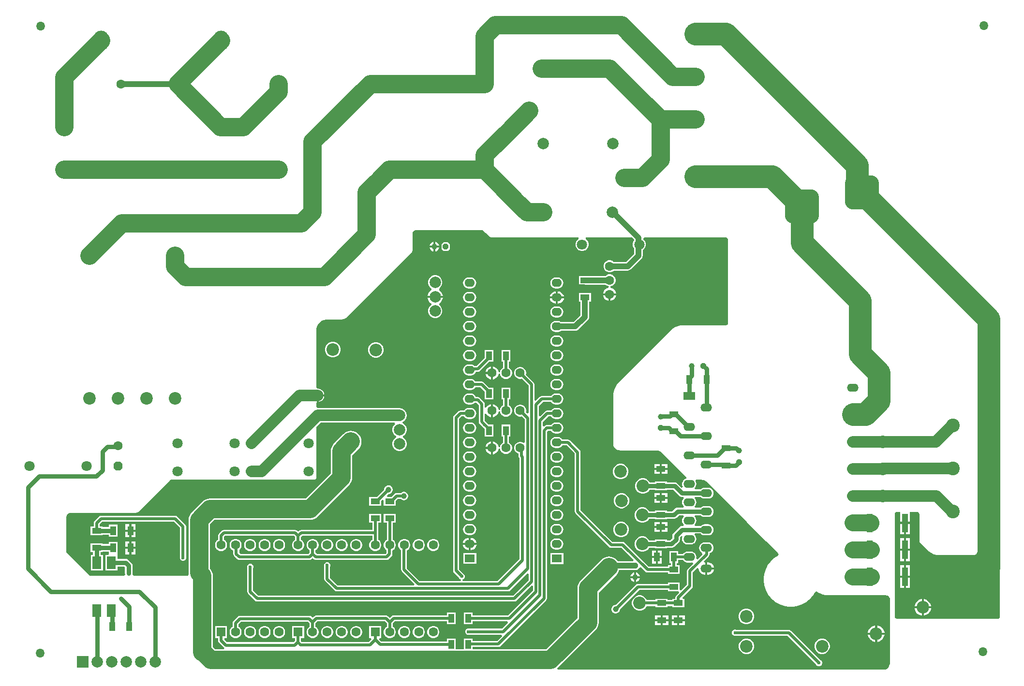
<source format=gbl>
G04*
G04 #@! TF.GenerationSoftware,Altium Limited,Altium Designer,21.2.0 (30)*
G04*
G04 Layer_Physical_Order=2*
G04 Layer_Color=16711680*
%FSAX44Y44*%
%MOMM*%
G71*
G04*
G04 #@! TF.SameCoordinates,F656A266-89EA-4B56-B237-F6EBBDAECB67*
G04*
G04*
G04 #@! TF.FilePolarity,Positive*
G04*
G01*
G75*
%ADD15C,0.5000*%
%ADD23O,2.0000X1.4000*%
%ADD24R,2.0000X1.4000*%
%ADD43R,1.6000X1.0000*%
%ADD44R,1.0000X1.6000*%
%ADD46R,1.6000X2.2000*%
%ADD47C,4.0000*%
%ADD48C,2.0000*%
%ADD49C,0.8000*%
%ADD50C,1.0000*%
%ADD51C,3.2000*%
%ADD53C,2.0000*%
%ADD54C,1.6000*%
%ADD55C,3.0000*%
%ADD56C,1.8000*%
%ADD57C,1.0000*%
%ADD58P,1.0824X8X202.5*%
%ADD59O,1.7780X1.4000*%
%ADD60R,1.7780X1.4000*%
%ADD61C,2.2000*%
%ADD62P,1.0824X8X292.5*%
G04:AMPARAMS|DCode=63|XSize=6mm|YSize=6mm|CornerRadius=1.5mm|HoleSize=0mm|Usage=FLASHONLY|Rotation=0.000|XOffset=0mm|YOffset=0mm|HoleType=Round|Shape=RoundedRectangle|*
%AMROUNDEDRECTD63*
21,1,6.0000,3.0000,0,0,0.0*
21,1,3.0000,6.0000,0,0,0.0*
1,1,3.0000,1.5000,-1.5000*
1,1,3.0000,-1.5000,-1.5000*
1,1,3.0000,-1.5000,1.5000*
1,1,3.0000,1.5000,1.5000*
%
%ADD63ROUNDEDRECTD63*%
%ADD64R,1.6000X1.6000*%
%ADD65R,2.0000X2.0000*%
%ADD66P,1.7318X8X112.5*%
%ADD67C,2.4000*%
%ADD68O,2.6000X3.5000*%
%ADD69O,1.5000X1.6000*%
%ADD70C,0.6000*%
%ADD71R,1.0000X3.3000*%
%ADD72C,3.0000*%
G36*
X00819541Y02305123D02*
X00821601Y02304269D01*
X00822337Y02303777D01*
X00824243Y02302241D01*
X00824243Y02302241D01*
X00825912Y02300574D01*
X00830708Y02295778D01*
X00831496Y02295064D01*
X00833262Y02293884D01*
X00835225Y02293071D01*
X00837308Y02292656D01*
X00838370Y02292604D01*
X00988068Y02292604D01*
X00988737Y02290104D01*
X00987664Y02289484D01*
X00985516Y02287336D01*
X00983997Y02284704D01*
X00983210Y02281769D01*
Y02278731D01*
X00983997Y02275796D01*
X00985516Y02273164D01*
X00987664Y02271016D01*
X00990296Y02269496D01*
X00993231Y02268710D01*
X00996269D01*
X00999204Y02269496D01*
X01001836Y02271016D01*
X01003984Y02273164D01*
X01005504Y02275796D01*
X01006290Y02278731D01*
Y02281769D01*
X01005504Y02284704D01*
X01003984Y02287336D01*
X01001836Y02289484D01*
X01000762Y02290104D01*
X01001432Y02292604D01*
X01082141Y02292604D01*
X01085614Y02289131D01*
Y02287434D01*
X01085516Y02287336D01*
X01083997Y02284704D01*
X01083210Y02281769D01*
Y02278731D01*
X01083997Y02275796D01*
X01085516Y02273164D01*
X01085614Y02273066D01*
Y02263869D01*
X01071600Y02249855D01*
X01050051D01*
X01049222Y02250684D01*
X01046818Y02252072D01*
X01044138Y02252790D01*
X01041362D01*
X01038682Y02252072D01*
X01036278Y02250684D01*
X01034316Y02248722D01*
X01032928Y02246318D01*
X01032210Y02243638D01*
Y02240862D01*
X01032928Y02238182D01*
X01034316Y02235778D01*
X01036278Y02233816D01*
X01038682Y02232428D01*
X01041362Y02231710D01*
X01044138D01*
X01046818Y02232428D01*
X01049222Y02233816D01*
X01050051Y02234645D01*
X01074750D01*
X01076718Y02234904D01*
X01078552Y02235664D01*
X01080128Y02236872D01*
X01098597Y02255342D01*
X01099806Y02256917D01*
X01100565Y02258751D01*
X01100824Y02260719D01*
Y02270432D01*
X01101836Y02271016D01*
X01103984Y02273164D01*
X01105504Y02275796D01*
X01106290Y02278731D01*
Y02281769D01*
X01105504Y02284704D01*
X01103984Y02287336D01*
X01101836Y02289484D01*
X01102569Y02291947D01*
X01103191Y02292604D01*
X01245396Y02292604D01*
X01246349D01*
X01248110Y02291874D01*
X01249458Y02290526D01*
X01249651Y02290059D01*
X01250187Y02287816D01*
Y02287811D01*
X01250187Y02287811D01*
X01250188Y02287811D01*
X01250188Y02142188D01*
X01250188Y02141442D01*
X01249617Y02140063D01*
X01248705Y02139151D01*
X01246437Y02138438D01*
Y02138438D01*
X01246437Y02138438D01*
X01168920Y02138427D01*
X01166393Y02138303D01*
X01161435Y02137317D01*
X01156766Y02135382D01*
X01152563Y02132573D01*
X01150689Y02130874D01*
X01150688Y02130874D01*
X01150688Y02130874D01*
X01059978Y02040164D01*
X01058711Y02038834D01*
X01056382Y02035996D01*
X01054342Y02032943D01*
X01052612Y02029705D01*
X01051207Y02026313D01*
X01050141Y02022800D01*
X01049425Y02019199D01*
X01049065Y02015545D01*
X01049020Y02013709D01*
Y01931730D01*
X01049078Y01930554D01*
X01049537Y01928247D01*
X01050437Y01926074D01*
X01051743Y01924118D01*
X01053406Y01922455D01*
X01055362Y01921149D01*
X01057535Y01920249D01*
X01059842Y01919790D01*
X01061018Y01919732D01*
X01123361Y01919732D01*
X01125011Y01919732D01*
X01128248Y01919088D01*
X01131296Y01917825D01*
X01133399Y01916420D01*
X01135206Y01914825D01*
X01135206Y01914825D01*
X01136877Y01913155D01*
X01177384Y01872648D01*
X01176922Y01870721D01*
X01176590Y01870005D01*
X01176542Y01869954D01*
X01174439Y01869083D01*
X01172446Y01867554D01*
X01170917Y01865561D01*
X01169956Y01863240D01*
X01169628Y01860750D01*
X01169956Y01858259D01*
X01170917Y01855939D01*
X01169005Y01854324D01*
X01161464Y01861864D01*
X01160098Y01862913D01*
X01158507Y01863572D01*
X01156800Y01863797D01*
X01143040D01*
Y01864740D01*
X01121960D01*
Y01863797D01*
X01112826D01*
X01111835Y01865514D01*
X01109314Y01868035D01*
X01106226Y01869817D01*
X01102783Y01870740D01*
X01099217D01*
X01095774Y01869817D01*
X01092686Y01868035D01*
X01090165Y01865514D01*
X01088383Y01862426D01*
X01087460Y01858983D01*
Y01855417D01*
X01088383Y01851974D01*
X01090165Y01848886D01*
X01092686Y01846365D01*
X01095774Y01844583D01*
X01099217Y01843660D01*
X01102783D01*
X01106226Y01844583D01*
X01109314Y01846365D01*
X01111835Y01848886D01*
X01112826Y01850604D01*
X01121960D01*
Y01849660D01*
X01143040D01*
Y01850604D01*
X01154068D01*
X01164586Y01840086D01*
X01165952Y01839037D01*
X01167543Y01838378D01*
X01169250Y01838154D01*
X01171727D01*
X01172576Y01835654D01*
X01172446Y01835554D01*
X01170917Y01833561D01*
X01169956Y01831240D01*
X01169628Y01828750D01*
X01169956Y01826259D01*
X01170917Y01823939D01*
X01172446Y01821946D01*
X01172576Y01821846D01*
X01171727Y01819346D01*
X01161750D01*
X01160043Y01819122D01*
X01158452Y01818463D01*
X01157086Y01817414D01*
X01152668Y01812997D01*
X01143040D01*
Y01813940D01*
X01121960D01*
Y01812997D01*
X01111826D01*
X01110835Y01814714D01*
X01108314Y01817235D01*
X01105226Y01819017D01*
X01101783Y01819940D01*
X01098217D01*
X01094774Y01819017D01*
X01091686Y01817235D01*
X01089165Y01814714D01*
X01087383Y01811626D01*
X01086460Y01808183D01*
Y01804617D01*
X01087383Y01801174D01*
X01089165Y01798086D01*
X01091686Y01795565D01*
X01094774Y01793783D01*
X01098217Y01792860D01*
X01101783D01*
X01105226Y01793783D01*
X01108314Y01795565D01*
X01110835Y01798086D01*
X01111826Y01799804D01*
X01121960D01*
Y01798860D01*
X01143040D01*
Y01799804D01*
X01155400D01*
X01157107Y01800029D01*
X01158698Y01800687D01*
X01160064Y01801736D01*
X01164482Y01806154D01*
X01171727D01*
X01172576Y01803654D01*
X01172446Y01803554D01*
X01170917Y01801561D01*
X01169956Y01799240D01*
X01169628Y01796750D01*
X01169956Y01794259D01*
X01170917Y01791939D01*
X01172446Y01789946D01*
X01172576Y01789846D01*
X01171727Y01787346D01*
X01169750D01*
X01168043Y01787122D01*
X01166452Y01786463D01*
X01165086Y01785414D01*
X01154586Y01774914D01*
X01153537Y01773548D01*
X01152878Y01771957D01*
X01152654Y01770250D01*
Y01766232D01*
X01148618Y01762197D01*
X01143040D01*
Y01763140D01*
X01121960D01*
Y01762197D01*
X01111826D01*
X01110835Y01763914D01*
X01108314Y01766435D01*
X01105226Y01768217D01*
X01101783Y01769140D01*
X01098217D01*
X01094774Y01768217D01*
X01091686Y01766435D01*
X01089165Y01763914D01*
X01087383Y01760826D01*
X01086460Y01757383D01*
Y01753817D01*
X01087383Y01750374D01*
X01089165Y01747286D01*
X01091686Y01744765D01*
X01094774Y01742983D01*
X01098217Y01742060D01*
X01101783D01*
X01105226Y01742983D01*
X01108314Y01744765D01*
X01110835Y01747286D01*
X01111826Y01749004D01*
X01121960D01*
Y01748060D01*
X01143040D01*
Y01749004D01*
X01151350D01*
X01153057Y01749229D01*
X01154648Y01749887D01*
X01156014Y01750936D01*
X01163914Y01758836D01*
X01164963Y01760202D01*
X01165622Y01761793D01*
X01165846Y01763500D01*
Y01767518D01*
X01168438Y01770109D01*
X01170557Y01768693D01*
X01169956Y01767240D01*
X01169628Y01764750D01*
X01169956Y01762260D01*
X01170917Y01759939D01*
X01172446Y01757946D01*
X01174439Y01756417D01*
X01176759Y01755455D01*
X01179250Y01755128D01*
X01185250D01*
X01187740Y01755455D01*
X01190061Y01756417D01*
X01192054Y01757946D01*
X01193583Y01759939D01*
X01194545Y01762260D01*
X01194872Y01764750D01*
X01194545Y01767240D01*
X01193583Y01769561D01*
X01192054Y01771554D01*
X01191924Y01771654D01*
X01192773Y01774154D01*
X01202287D01*
X01202446Y01773946D01*
X01204439Y01772417D01*
X01206759Y01771456D01*
X01209250Y01771128D01*
X01215250D01*
X01217740Y01771456D01*
X01220061Y01772417D01*
X01222054Y01773946D01*
X01223583Y01775939D01*
X01224545Y01778259D01*
X01224872Y01780750D01*
X01224545Y01783240D01*
X01223583Y01785561D01*
X01222054Y01787554D01*
X01220061Y01789083D01*
X01217740Y01790044D01*
X01215250Y01790372D01*
X01209250D01*
X01206759Y01790044D01*
X01204439Y01789083D01*
X01202446Y01787554D01*
X01202287Y01787346D01*
X01192773D01*
X01191924Y01789846D01*
X01192054Y01789946D01*
X01193583Y01791939D01*
X01194545Y01794259D01*
X01194872Y01796750D01*
X01194545Y01799240D01*
X01193583Y01801561D01*
X01192054Y01803554D01*
X01191924Y01803654D01*
X01192773Y01806154D01*
X01202287D01*
X01202446Y01805946D01*
X01204439Y01804417D01*
X01206759Y01803456D01*
X01209250Y01803128D01*
X01215250D01*
X01217740Y01803456D01*
X01220061Y01804417D01*
X01222054Y01805946D01*
X01223583Y01807939D01*
X01224545Y01810260D01*
X01224872Y01812750D01*
X01224545Y01815240D01*
X01223583Y01817561D01*
X01222054Y01819554D01*
X01220061Y01821083D01*
X01217740Y01822044D01*
X01215250Y01822372D01*
X01209250D01*
X01206759Y01822044D01*
X01204439Y01821083D01*
X01202446Y01819554D01*
X01202287Y01819346D01*
X01192773D01*
X01191924Y01821846D01*
X01192054Y01821946D01*
X01193583Y01823939D01*
X01194545Y01826259D01*
X01194872Y01828750D01*
X01194545Y01831240D01*
X01193583Y01833561D01*
X01192054Y01835554D01*
X01191924Y01835654D01*
X01192773Y01838154D01*
X01202287D01*
X01202446Y01837946D01*
X01204439Y01836417D01*
X01206759Y01835456D01*
X01209250Y01835128D01*
X01215250D01*
X01217740Y01835456D01*
X01220061Y01836417D01*
X01222054Y01837946D01*
X01223583Y01839939D01*
X01224545Y01842260D01*
X01224872Y01844750D01*
X01224545Y01847240D01*
X01223583Y01849561D01*
X01222054Y01851554D01*
X01220061Y01853083D01*
X01217740Y01854044D01*
X01215250Y01854372D01*
X01209250D01*
X01206759Y01854044D01*
X01204439Y01853083D01*
X01202446Y01851554D01*
X01202287Y01851346D01*
X01192773D01*
X01191924Y01853846D01*
X01192054Y01853946D01*
X01193583Y01855939D01*
X01194545Y01858259D01*
X01194872Y01860750D01*
X01194545Y01863240D01*
X01193583Y01865561D01*
X01193110Y01866178D01*
X01194343Y01868678D01*
X01201241D01*
X01203035Y01868678D01*
X01206554Y01867978D01*
X01209869Y01866605D01*
X01212354Y01864944D01*
X01214121Y01863342D01*
X01214121Y01863342D01*
X01215787Y01861677D01*
X01220114Y01857350D01*
X01229374Y01848090D01*
X01238705Y01838759D01*
X01247791Y01829673D01*
X01261619Y01815845D01*
X01265343Y01812121D01*
X01270924Y01806540D01*
X01283364Y01794100D01*
Y01794100D01*
X01283364Y01794100D01*
X01284964Y01792500D01*
X01313742Y01763722D01*
Y01763722D01*
X01313742Y01763722D01*
X01316419Y01761045D01*
X01316419Y01761045D01*
X01317053Y01760411D01*
X01317053Y01760411D01*
X01319373Y01758091D01*
Y01758091D01*
X01319373Y01758091D01*
X01331204Y01746260D01*
Y01746259D01*
X01333525Y01743939D01*
X01333525Y01743939D01*
X01336985Y01740479D01*
Y01740479D01*
X01337574Y01739890D01*
X01338758Y01737771D01*
X01338271Y01735719D01*
X01338241Y01735688D01*
X01333782Y01733113D01*
X01328837Y01729319D01*
X01324431Y01724913D01*
X01320637Y01719969D01*
X01317521Y01714572D01*
X01315136Y01708814D01*
X01313524Y01702794D01*
X01312710Y01696616D01*
Y01690384D01*
X01313524Y01684205D01*
X01315136Y01678186D01*
X01317521Y01672428D01*
X01320637Y01667032D01*
X01324431Y01662087D01*
X01328837Y01657681D01*
X01333782Y01653887D01*
X01339178Y01650771D01*
X01344936Y01648386D01*
X01350956Y01646773D01*
X01357134Y01645960D01*
X01363366D01*
X01369545Y01646773D01*
X01375564Y01648386D01*
X01381322Y01650771D01*
X01386718Y01653887D01*
X01391663Y01657681D01*
X01396069Y01662087D01*
X01399863Y01667032D01*
X01402539Y01671667D01*
X01405110Y01672534D01*
X01405659Y01672367D01*
X01408181Y01670681D01*
X01411038Y01669155D01*
X01414030Y01667915D01*
X01417129Y01666975D01*
X01420305Y01666343D01*
X01423528Y01666026D01*
X01425148Y01665986D01*
X01525764Y01665986D01*
X01526541D01*
X01528065Y01665683D01*
X01529500Y01665088D01*
X01530792Y01664225D01*
X01531891Y01663126D01*
X01532754Y01661834D01*
X01533349Y01660399D01*
X01533350Y01660393D01*
X01533652Y01658099D01*
Y01658098D01*
X01533652Y01658098D01*
X01533652Y01658098D01*
X01533652Y01547402D01*
Y01546223D01*
X01533192Y01543910D01*
X01532289Y01541731D01*
X01530979Y01539770D01*
X01529312Y01538103D01*
X01527351Y01536793D01*
X01525172Y01535890D01*
X01523814Y01535620D01*
X00952050D01*
X00951155Y01538120D01*
X00952891Y01539545D01*
X01018423Y01605077D01*
X01020740Y01607900D01*
X01022462Y01611121D01*
X01023522Y01614615D01*
X01023880Y01618250D01*
X01023880Y01618250D01*
Y01670783D01*
X01054923Y01701827D01*
X01057240Y01704650D01*
X01058962Y01707871D01*
X01059651Y01710145D01*
X01087500D01*
X01087994Y01710210D01*
X01091270D01*
X01095040Y01713980D01*
Y01714035D01*
X01097540Y01715070D01*
X01105494Y01707116D01*
X01107161Y01706002D01*
X01109128Y01705611D01*
X01144710D01*
Y01703210D01*
X01154381D01*
X01154875Y01703145D01*
X01155000D01*
X01155494Y01703210D01*
X01165790D01*
Y01718290D01*
X01160389D01*
Y01722210D01*
X01162790D01*
Y01727611D01*
X01171168D01*
X01172446Y01725946D01*
X01174439Y01724417D01*
X01176759Y01723456D01*
X01179250Y01723128D01*
X01185250D01*
X01187639Y01723442D01*
X01187846Y01723274D01*
X01189007Y01721274D01*
X01179616Y01711884D01*
X01178502Y01710217D01*
X01178111Y01708250D01*
Y01684129D01*
X01168290Y01674307D01*
X01165790Y01675343D01*
Y01688290D01*
X01144710D01*
Y01685889D01*
X01092750D01*
X01090783Y01685498D01*
X01089116Y01684384D01*
X01053773Y01649040D01*
X01052507D01*
X01050590Y01648526D01*
X01048870Y01647534D01*
X01047467Y01646130D01*
X01046474Y01644410D01*
X01045960Y01642493D01*
Y01640507D01*
X01046474Y01638590D01*
X01047467Y01636870D01*
X01048870Y01635466D01*
X01050590Y01634474D01*
X01052507Y01633960D01*
X01054493D01*
X01056410Y01634474D01*
X01058130Y01635466D01*
X01059533Y01636870D01*
X01060526Y01638590D01*
X01061040Y01640507D01*
Y01641773D01*
X01094878Y01675611D01*
X01144710D01*
Y01673210D01*
X01163657D01*
X01164693Y01670710D01*
X01159437Y01665455D01*
X01158324Y01663788D01*
X01157932Y01661821D01*
Y01659790D01*
X01152460D01*
Y01657389D01*
X01144540D01*
Y01659790D01*
X01123460D01*
Y01657389D01*
X01108141D01*
X01108117Y01657476D01*
X01106335Y01660564D01*
X01103814Y01663085D01*
X01100726Y01664867D01*
X01097283Y01665790D01*
X01093717D01*
X01090274Y01664867D01*
X01087186Y01663085D01*
X01084665Y01660564D01*
X01082883Y01657476D01*
X01081960Y01654033D01*
Y01650467D01*
X01082883Y01647024D01*
X01084665Y01643936D01*
X01087186Y01641415D01*
X01090274Y01639633D01*
X01093717Y01638710D01*
X01097283D01*
X01100726Y01639633D01*
X01103814Y01641415D01*
X01106335Y01643936D01*
X01108117Y01647024D01*
X01108141Y01647111D01*
X01123460D01*
Y01644710D01*
X01144540D01*
Y01647111D01*
X01152460D01*
Y01644710D01*
X01173540D01*
Y01659790D01*
X01171574D01*
X01170617Y01662100D01*
X01186884Y01678366D01*
X01187998Y01680034D01*
X01188389Y01682000D01*
Y01706122D01*
X01196308Y01714041D01*
X01198676Y01712873D01*
X01198659Y01712750D01*
X01199020Y01710009D01*
X01200078Y01707455D01*
X01201761Y01705261D01*
X01203955Y01703578D01*
X01206509Y01702520D01*
X01209250Y01702159D01*
X01210500D01*
Y01712750D01*
Y01723341D01*
X01209250D01*
X01209127Y01723324D01*
X01207960Y01725692D01*
X01216134Y01733866D01*
X01217248Y01735533D01*
X01217639Y01737500D01*
Y01739442D01*
X01217740Y01739456D01*
X01220061Y01740417D01*
X01222054Y01741946D01*
X01223583Y01743939D01*
X01224545Y01746259D01*
X01224872Y01748750D01*
X01224545Y01751240D01*
X01223583Y01753561D01*
X01222054Y01755554D01*
X01220061Y01757083D01*
X01217740Y01758044D01*
X01215250Y01758372D01*
X01209250D01*
X01206759Y01758044D01*
X01204439Y01757083D01*
X01202446Y01755554D01*
X01200917Y01753561D01*
X01199956Y01751240D01*
X01199628Y01748750D01*
X01199956Y01746259D01*
X01200917Y01743939D01*
X01202446Y01741946D01*
X01204439Y01740417D01*
X01204563Y01740365D01*
X01205149Y01737417D01*
X01196726Y01728993D01*
X01194726Y01730154D01*
X01194558Y01730361D01*
X01194872Y01732750D01*
X01194545Y01735240D01*
X01193583Y01737561D01*
X01192054Y01739554D01*
X01190061Y01741083D01*
X01187740Y01742044D01*
X01185250Y01742372D01*
X01179250D01*
X01176759Y01742044D01*
X01174439Y01741083D01*
X01172446Y01739554D01*
X01171168Y01737889D01*
X01162790D01*
Y01743290D01*
X01147710D01*
Y01722210D01*
X01150111D01*
Y01718290D01*
X01144710D01*
Y01715889D01*
X01111256D01*
X01069281Y01757864D01*
X01067614Y01758978D01*
X01065648Y01759369D01*
X01047898D01*
X00992139Y01815128D01*
Y01916250D01*
X00991748Y01918217D01*
X00990634Y01919884D01*
X00973484Y01937034D01*
X00971816Y01938148D01*
X00969850Y01938539D01*
X00960472D01*
X00959194Y01940204D01*
X00957201Y01941733D01*
X00954881Y01942695D01*
X00952390Y01943022D01*
X00948610D01*
X00946120Y01942695D01*
X00943799Y01941733D01*
X00941806Y01940204D01*
X00940277Y01938211D01*
X00939315Y01935891D01*
X00938988Y01933400D01*
X00939315Y01930910D01*
X00940277Y01928589D01*
X00941806Y01926596D01*
X00943799Y01925067D01*
X00946120Y01924106D01*
X00948610Y01923778D01*
X00952390D01*
X00954881Y01924106D01*
X00957201Y01925067D01*
X00959194Y01926596D01*
X00960472Y01928261D01*
X00967721D01*
X00981861Y01914122D01*
Y01813000D01*
X00982252Y01811033D01*
X00983366Y01809366D01*
X01042136Y01750596D01*
X01043803Y01749483D01*
X01045770Y01749091D01*
X01063519D01*
X01084946Y01727665D01*
X01083989Y01725355D01*
X01057236D01*
X01054923Y01728173D01*
X01052100Y01730490D01*
X01048879Y01732212D01*
X01045385Y01733272D01*
X01041750Y01733630D01*
X01038115Y01733272D01*
X01034621Y01732212D01*
X01031400Y01730490D01*
X01028577Y01728173D01*
X00992077Y01691673D01*
X00989760Y01688850D01*
X00988038Y01685629D01*
X00986978Y01682135D01*
X00986620Y01678500D01*
X00986620Y01678500D01*
Y01625967D01*
X00932001Y01571348D01*
X00803040D01*
Y01575611D01*
X00848250D01*
X00850217Y01576002D01*
X00851884Y01577116D01*
X00931634Y01656866D01*
X00932748Y01658533D01*
X00933139Y01660500D01*
Y01951871D01*
X00934929Y01953661D01*
X00940528D01*
X00941806Y01951996D01*
X00943799Y01950467D01*
X00946120Y01949506D01*
X00948610Y01949178D01*
X00952390D01*
X00954881Y01949506D01*
X00957201Y01950467D01*
X00959194Y01951996D01*
X00960723Y01953989D01*
X00961684Y01956310D01*
X00962012Y01958800D01*
X00961684Y01961291D01*
X00960723Y01963611D01*
X00959194Y01965604D01*
X00957201Y01967133D01*
X00954881Y01968095D01*
X00952390Y01968422D01*
X00948610D01*
X00946120Y01968095D01*
X00943799Y01967133D01*
X00941806Y01965604D01*
X00940528Y01963939D01*
X00932800D01*
X00930834Y01963548D01*
X00929166Y01962434D01*
X00928448Y01961716D01*
X00926139Y01962672D01*
Y01969621D01*
X00935579Y01979061D01*
X00940528D01*
X00941806Y01977396D01*
X00943799Y01975867D01*
X00946120Y01974906D01*
X00948610Y01974578D01*
X00952390D01*
X00954881Y01974906D01*
X00957201Y01975867D01*
X00959194Y01977396D01*
X00960723Y01979389D01*
X00961684Y01981710D01*
X00962012Y01984200D01*
X00961684Y01986691D01*
X00960723Y01989011D01*
X00959194Y01991004D01*
X00957201Y01992533D01*
X00954881Y01993495D01*
X00952390Y01993822D01*
X00948610D01*
X00946120Y01993495D01*
X00943799Y01992533D01*
X00941806Y01991004D01*
X00940528Y01989339D01*
X00933450D01*
X00931484Y01988948D01*
X00929817Y01987834D01*
X00921448Y01979466D01*
X00919139Y01980422D01*
Y01997372D01*
X00926229Y02004461D01*
X00940528D01*
X00941806Y02002796D01*
X00943799Y02001267D01*
X00946120Y02000306D01*
X00948610Y01999978D01*
X00952390D01*
X00954881Y02000306D01*
X00957201Y02001267D01*
X00959194Y02002796D01*
X00960723Y02004789D01*
X00961684Y02007110D01*
X00962012Y02009600D01*
X00961684Y02012091D01*
X00960723Y02014411D01*
X00959194Y02016404D01*
X00957201Y02017933D01*
X00954881Y02018895D01*
X00952390Y02019222D01*
X00948610D01*
X00946120Y02018895D01*
X00943799Y02017933D01*
X00941806Y02016404D01*
X00940528Y02014739D01*
X00924100D01*
X00922134Y02014348D01*
X00920467Y02013234D01*
X00913448Y02006216D01*
X00911139Y02007172D01*
Y02035500D01*
X00910748Y02037467D01*
X00909634Y02039134D01*
X00896392Y02052376D01*
X00896790Y02053862D01*
Y02056638D01*
X00896072Y02059318D01*
X00894684Y02061722D01*
X00892722Y02063684D01*
X00890318Y02065072D01*
X00887638Y02065790D01*
X00884862D01*
X00882182Y02065072D01*
X00879778Y02063684D01*
X00877816Y02061722D01*
X00876428Y02059318D01*
X00875710Y02056638D01*
Y02053862D01*
X00876428Y02051182D01*
X00877816Y02048778D01*
X00879778Y02046816D01*
X00882182Y02045428D01*
X00884862Y02044710D01*
X00887638D01*
X00889124Y02045108D01*
X00900861Y02033372D01*
Y01985172D01*
X00898552Y01984216D01*
X00896392Y01986376D01*
X00896790Y01987863D01*
Y01990638D01*
X00896072Y01993318D01*
X00894684Y01995722D01*
X00892722Y01997684D01*
X00890318Y01999072D01*
X00887638Y01999790D01*
X00884862D01*
X00882182Y01999072D01*
X00879778Y01997684D01*
X00877816Y01995722D01*
X00876428Y01993318D01*
X00875710Y01990638D01*
Y01987863D01*
X00876428Y01985182D01*
X00877816Y01982778D01*
X00879778Y01980816D01*
X00882182Y01979429D01*
X00884862Y01978710D01*
X00887638D01*
X00889124Y01979108D01*
X00894591Y01973642D01*
Y01933792D01*
X00892091Y01932798D01*
X00890318Y01933822D01*
X00887638Y01934540D01*
X00884862D01*
X00882182Y01933822D01*
X00879778Y01932434D01*
X00877816Y01930472D01*
X00876428Y01928068D01*
X00875710Y01925388D01*
Y01922612D01*
X00876428Y01919932D01*
X00877816Y01917528D01*
X00879778Y01915566D01*
X00882182Y01914178D01*
X00883216Y01913901D01*
Y01910395D01*
X00883607Y01908429D01*
X00884721Y01906762D01*
X00885111Y01906371D01*
Y01729379D01*
X00846871Y01691139D01*
X00787188D01*
X00785271Y01692549D01*
X00785271Y01692549D01*
X00785271D01*
X00785102Y01693460D01*
X00785246Y01693520D01*
X00787138Y01694303D01*
X00788697Y01695862D01*
X00789540Y01697898D01*
Y01700102D01*
X00788697Y01702138D01*
X00787138Y01703697D01*
X00786169Y01704098D01*
X00779139Y01711129D01*
Y01974621D01*
X00783579Y01979061D01*
X00788143D01*
X00789306Y01977546D01*
X00791299Y01976017D01*
X00793620Y01975056D01*
X00796110Y01974728D01*
X00799890D01*
X00802381Y01975056D01*
X00804701Y01976017D01*
X00806694Y01977546D01*
X00808223Y01979539D01*
X00809184Y01981860D01*
X00809512Y01984350D01*
X00809184Y01986841D01*
X00808223Y01989161D01*
X00806694Y01991154D01*
X00804701Y01992683D01*
X00802381Y01993645D01*
X00799890Y01993972D01*
X00796110D01*
X00793620Y01993645D01*
X00791299Y01992683D01*
X00789306Y01991154D01*
X00787913Y01989339D01*
X00781450D01*
X00779484Y01988948D01*
X00777816Y01987834D01*
X00770366Y01980384D01*
X00769252Y01978716D01*
X00768861Y01976750D01*
Y01709000D01*
X00769252Y01707034D01*
X00770366Y01705366D01*
X00778902Y01696831D01*
X00779303Y01695862D01*
X00780862Y01694303D01*
X00782754Y01693520D01*
X00782898Y01693460D01*
X00782729Y01692549D01*
X00782729D01*
X00782729Y01692549D01*
X00780813Y01691139D01*
X00710129D01*
X00688139Y01713129D01*
Y01744408D01*
X00689972Y01745466D01*
X00691934Y01747428D01*
X00693322Y01749832D01*
X00694040Y01752512D01*
Y01755288D01*
X00693322Y01757968D01*
X00691934Y01760372D01*
X00689972Y01762334D01*
X00687568Y01763722D01*
X00684888Y01764440D01*
X00682113D01*
X00679432Y01763722D01*
X00677028Y01762334D01*
X00675066Y01760372D01*
X00673679Y01757968D01*
X00672960Y01755288D01*
Y01752512D01*
X00673679Y01749832D01*
X00675066Y01747428D01*
X00677028Y01745466D01*
X00677861Y01744985D01*
Y01711000D01*
X00678252Y01709034D01*
X00679366Y01707366D01*
X00701284Y01685448D01*
X00700328Y01683139D01*
X00567128D01*
X00553639Y01696629D01*
Y01716179D01*
X00554040Y01717148D01*
Y01719352D01*
X00553197Y01721388D01*
X00551638Y01722947D01*
X00549602Y01723790D01*
X00547398D01*
X00545362Y01722947D01*
X00543803Y01721388D01*
X00542960Y01719352D01*
Y01717148D01*
X00543361Y01716179D01*
Y01694500D01*
X00543752Y01692534D01*
X00544866Y01690866D01*
X00561366Y01674366D01*
X00563033Y01673252D01*
X00565000Y01672861D01*
X00865000D01*
X00866966Y01673252D01*
X00868634Y01674366D01*
X00898552Y01704284D01*
X00900861Y01703328D01*
Y01692128D01*
X00873872Y01665139D01*
X00428129D01*
X00418889Y01674379D01*
Y01713429D01*
X00419290Y01714398D01*
Y01716602D01*
X00418447Y01718638D01*
X00416888Y01720197D01*
X00414852Y01721040D01*
X00412648D01*
X00410612Y01720197D01*
X00409053Y01718638D01*
X00408210Y01716602D01*
Y01714398D01*
X00408611Y01713429D01*
Y01672250D01*
X00409002Y01670284D01*
X00410116Y01668616D01*
X00422366Y01656366D01*
X00424034Y01655252D01*
X00426000Y01654861D01*
X00876000D01*
X00877967Y01655252D01*
X00879634Y01656366D01*
X00906552Y01683284D01*
X00908861Y01682328D01*
Y01674628D01*
X00864871Y01630638D01*
X00803040D01*
Y01636039D01*
X00787960D01*
Y01614960D01*
X00803040D01*
Y01620361D01*
X00864058D01*
X00865094Y01617861D01*
X00854622Y01607389D01*
X00797571D01*
X00796602Y01607790D01*
X00794398D01*
X00792362Y01606947D01*
X00790803Y01605388D01*
X00789960Y01603352D01*
Y01601148D01*
X00790803Y01599112D01*
X00792362Y01597553D01*
X00794398Y01596710D01*
X00796602D01*
X00797571Y01597111D01*
X00853809D01*
X00854844Y01594611D01*
X00846122Y01585889D01*
X00803040D01*
Y01590290D01*
X00787960D01*
Y01571348D01*
X00773040D01*
Y01590290D01*
X00757960D01*
Y01584888D01*
X00643129D01*
X00639557Y01588460D01*
X00640593Y01590960D01*
X00643240D01*
Y01612040D01*
X00622160D01*
Y01590960D01*
X00624907D01*
X00625943Y01588460D01*
X00621371Y01583889D01*
X00504128D01*
X00502139Y01585878D01*
Y01590960D01*
X00508240D01*
Y01612040D01*
X00487160D01*
Y01590960D01*
X00491861D01*
Y01585878D01*
X00489622Y01583639D01*
X00373129D01*
X00368307Y01588460D01*
X00368970Y01590960D01*
X00373240D01*
Y01612040D01*
X00352160D01*
Y01590960D01*
X00357561D01*
Y01586800D01*
X00357952Y01584834D01*
X00359066Y01583166D01*
X00367366Y01574866D01*
X00368891Y01573848D01*
X00368920Y01573663D01*
X00367719Y01571348D01*
X00352744D01*
X00348400Y01575692D01*
Y01607000D01*
Y01647641D01*
Y01700060D01*
X00348400Y01700060D01*
X00348042Y01703695D01*
X00346982Y01707190D01*
X00345260Y01710411D01*
X00343130Y01713006D01*
Y01757750D01*
Y01790038D01*
X00350962Y01797870D01*
X00518201D01*
X00518201Y01797870D01*
X00521836Y01798228D01*
X00525330Y01799288D01*
X00528551Y01801010D01*
X00531374Y01803327D01*
X00586713Y01858665D01*
X00586713Y01858666D01*
X00589030Y01861489D01*
X00590752Y01864710D01*
X00591812Y01868204D01*
X00592170Y01871839D01*
X00592170Y01871839D01*
Y01910823D01*
X00603173Y01921827D01*
X00605490Y01924650D01*
X00607212Y01927871D01*
X00608272Y01931366D01*
X00608630Y01935000D01*
X00608272Y01938634D01*
X00607212Y01942129D01*
X00605490Y01945350D01*
X00603173Y01948173D01*
X00600350Y01950490D01*
X00597129Y01952212D01*
X00593634Y01953272D01*
X00590000Y01953630D01*
X00586366Y01953272D01*
X00582871Y01952212D01*
X00579650Y01950490D01*
X00576827Y01948173D01*
X00560367Y01931713D01*
X00558050Y01928890D01*
X00556328Y01925669D01*
X00555268Y01922175D01*
X00554910Y01918540D01*
X00554910Y01918540D01*
Y01879556D01*
X00510485Y01835130D01*
X00343245D01*
X00339611Y01834772D01*
X00336116Y01833712D01*
X00332895Y01831990D01*
X00330072Y01829673D01*
X00330072Y01829673D01*
X00311327Y01810928D01*
X00309010Y01808105D01*
X00307288Y01804884D01*
X00306228Y01801389D01*
X00305870Y01797755D01*
X00305870Y01797755D01*
Y01757750D01*
Y01705331D01*
X00305870Y01705330D01*
X00306147Y01702522D01*
X00305371Y01701047D01*
X00304504Y01700022D01*
X00209370Y01700022D01*
X00207675Y01702262D01*
X00207647Y01702522D01*
X00207846Y01704040D01*
Y01717500D01*
X00207622Y01719207D01*
X00206963Y01720798D01*
X00205914Y01722164D01*
X00200414Y01727664D01*
X00199048Y01728713D01*
X00197457Y01729372D01*
X00195750Y01729596D01*
X00181240D01*
Y01736084D01*
X00181540Y01738460D01*
X00181540Y01738916D01*
Y01759540D01*
X00166460D01*
Y01755596D01*
X00155540D01*
Y01756540D01*
X00134460D01*
Y01741460D01*
X00138704D01*
Y01736540D01*
X00134760D01*
Y01709460D01*
X00155840D01*
Y01736540D01*
X00151896D01*
Y01741460D01*
X00155540D01*
Y01742404D01*
X00166460D01*
Y01739040D01*
X00166460Y01738460D01*
X00165060Y01736540D01*
X00160160D01*
Y01709460D01*
X00181240D01*
Y01716404D01*
X00193018D01*
X00194654Y01714768D01*
Y01704040D01*
X00194853Y01702522D01*
X00194825Y01702262D01*
X00193130Y01700022D01*
X00133096D01*
X00092202Y01740916D01*
X00092202Y01803202D01*
X00092202Y01803896D01*
X00092473Y01805257D01*
X00093004Y01806540D01*
X00093775Y01807694D01*
X00094757Y01808676D01*
X00095911Y01809447D01*
X00097193Y01809978D01*
X00098555Y01810249D01*
X00099249Y01810249D01*
X00099250Y01810250D01*
X00212586Y01810250D01*
X00213393Y01810290D01*
X00214978Y01810605D01*
X00216471Y01811223D01*
X00217814Y01812121D01*
X00218413Y01812664D01*
X00218414Y01812664D01*
X00272690Y01866939D01*
X00273103Y01867353D01*
X00274075Y01868002D01*
X00275154Y01868449D01*
X00276301Y01868677D01*
X00276885Y01868676D01*
X00276886Y01868678D01*
X00526428Y01868678D01*
X00527044Y01868739D01*
X00528184Y01869210D01*
X00529056Y01870083D01*
X00529528Y01871222D01*
X00529589Y01871839D01*
X00529590Y01871840D01*
Y01960703D01*
X00537239Y01968352D01*
X00666314D01*
X00667034Y01966660D01*
X00667118Y01965852D01*
X00664966Y01963700D01*
X00663315Y01960840D01*
X00662460Y01957651D01*
Y01954349D01*
X00663315Y01951160D01*
X00664966Y01948300D01*
X00667300Y01945966D01*
X00669172Y01944885D01*
Y01942115D01*
X00667300Y01941035D01*
X00664966Y01938700D01*
X00663315Y01935840D01*
X00662460Y01932651D01*
Y01929349D01*
X00663315Y01926160D01*
X00664966Y01923300D01*
X00667300Y01920966D01*
X00670160Y01919315D01*
X00673349Y01918460D01*
X00676651D01*
X00679840Y01919315D01*
X00682700Y01920966D01*
X00685034Y01923300D01*
X00686685Y01926160D01*
X00687540Y01929349D01*
Y01932651D01*
X00686685Y01935840D01*
X00685034Y01938700D01*
X00682700Y01941035D01*
X00680828Y01942115D01*
Y01944885D01*
X00682700Y01945966D01*
X00685034Y01948300D01*
X00686685Y01951160D01*
X00687540Y01954349D01*
Y01957651D01*
X00686685Y01960840D01*
X00685034Y01963700D01*
X00682700Y01966035D01*
X00680828Y01967115D01*
X00680651Y01968832D01*
X00680909Y01969874D01*
X00681324Y01970046D01*
X00681982Y01970551D01*
X00682700Y01970966D01*
X00683286Y01971552D01*
X00683944Y01972056D01*
X00684448Y01972714D01*
X00685034Y01973300D01*
X00685449Y01974018D01*
X00685954Y01974676D01*
X00686271Y01975442D01*
X00686685Y01976160D01*
X00686900Y01976960D01*
X00687217Y01977726D01*
X00687325Y01978548D01*
X00687540Y01979349D01*
Y01980178D01*
X00687648Y01981000D01*
X00687540Y01981822D01*
Y01982651D01*
X00687325Y01983452D01*
X00687217Y01984274D01*
X00686900Y01985040D01*
X00686685Y01985840D01*
X00686271Y01986558D01*
X00685954Y01987324D01*
X00685449Y01987982D01*
X00685034Y01988700D01*
X00684448Y01989286D01*
X00683944Y01989944D01*
X00683286Y01990448D01*
X00682700Y01991035D01*
X00681982Y01991449D01*
X00681324Y01991954D01*
X00680558Y01992271D01*
X00679840Y01992685D01*
X00679040Y01992900D01*
X00678274Y01993217D01*
X00677452Y01993325D01*
X00676651Y01993540D01*
X00675822D01*
X00675000Y01993648D01*
X00532090D01*
X00531991Y01993657D01*
X00529590Y01995853D01*
X00529590Y02002152D01*
X00530250Y02003882D01*
Y02016000D01*
X00532000D01*
Y02017750D01*
X00543437D01*
X00542716Y02020439D01*
X00541202Y02023061D01*
X00539061Y02025202D01*
X00536439Y02026716D01*
X00533514Y02027500D01*
X00532090D01*
X00529590Y02029629D01*
Y02130340D01*
Y02132162D01*
X00530301Y02135736D01*
X00531695Y02139102D01*
X00533720Y02142132D01*
X00536297Y02144709D01*
X00539326Y02146733D01*
X00542693Y02148128D01*
X00546267Y02148839D01*
X00548089Y02148839D01*
X00548090Y02148840D01*
X00572035D01*
X00573652Y02148919D01*
X00576822Y02149550D01*
X00579809Y02150787D01*
X00582496Y02152583D01*
X00583695Y02153670D01*
X00583696Y02153670D01*
X00695067Y02265041D01*
X00695782Y02265830D01*
X00696964Y02267599D01*
X00697778Y02269565D01*
X00698193Y02271651D01*
X00698245Y02272715D01*
X00698246Y02272715D01*
Y02299746D01*
X00698246Y02300902D01*
X00699131Y02303038D01*
X00700765Y02304672D01*
X00702901Y02305557D01*
X00704057D01*
X00704058Y02305558D01*
X00816239Y02305558D01*
X00817354Y02305558D01*
X00819541Y02305123D01*
D02*
G37*
G36*
X01551580Y01811750D02*
Y01794482D01*
X01560080D01*
X01568580D01*
Y01811750D01*
X01581000Y01811750D01*
X01581796Y01811750D01*
X01583266Y01811141D01*
X01584391Y01810016D01*
X01584575Y01809572D01*
X01585000Y01807750D01*
Y01807750D01*
X01585000D01*
X01585000Y01807750D01*
X01585000Y01761548D01*
X01585027Y01761004D01*
X01585239Y01759937D01*
X01585552Y01759181D01*
X01585655Y01758933D01*
X01585656Y01758931D01*
X01586259Y01758028D01*
X01586625Y01757625D01*
X01586625Y01757625D01*
X01600311Y01743939D01*
X01602157Y01742265D01*
X01606297Y01739499D01*
X01610898Y01737594D01*
X01615781Y01736622D01*
X01618271Y01736500D01*
X01681000D01*
X01681976Y01736596D01*
X01683778Y01737343D01*
X01685157Y01738722D01*
X01685904Y01740524D01*
X01686000Y01741500D01*
X01724577Y01741982D01*
X01726000Y01740577D01*
Y01628250D01*
Y01627554D01*
X01725467Y01626267D01*
X01724483Y01625283D01*
X01723196Y01624750D01*
X01547000D01*
X01545956Y01624750D01*
X01544026Y01625549D01*
X01542549Y01627026D01*
X01541750Y01628956D01*
X01541750Y01630000D01*
X01541750Y01808500D01*
Y01809146D01*
X01542245Y01810341D01*
X01543159Y01811255D01*
X01544353Y01811750D01*
X01545750D01*
X01551580Y01811750D01*
D02*
G37*
%LPC*%
G36*
X00737750Y02284831D02*
Y02278250D01*
X00744331D01*
X00743921Y02279781D01*
X00742802Y02281719D01*
X00741219Y02283302D01*
X00739281Y02284421D01*
X00737750Y02284831D01*
D02*
G37*
G36*
X00734250D02*
X00732719Y02284421D01*
X00730781Y02283302D01*
X00729198Y02281719D01*
X00728079Y02279781D01*
X00727669Y02278250D01*
X00734250D01*
Y02284831D01*
D02*
G37*
G36*
X00759770Y02284040D02*
X00752230D01*
X00748460Y02280270D01*
Y02272730D01*
X00752230Y02268960D01*
X00759770D01*
X00763540Y02272730D01*
Y02280270D01*
X00759770Y02284040D01*
D02*
G37*
G36*
X00744331Y02274750D02*
X00737750D01*
Y02268169D01*
X00739281Y02268579D01*
X00741219Y02269698D01*
X00742802Y02271281D01*
X00743921Y02273219D01*
X00744331Y02274750D01*
D02*
G37*
G36*
X00734250D02*
X00727669D01*
X00728079Y02273219D01*
X00729198Y02271281D01*
X00730781Y02269698D01*
X00732719Y02268579D01*
X00734250Y02268169D01*
Y02274750D01*
D02*
G37*
G36*
X00799890Y02222572D02*
X00796110D01*
X00793620Y02222245D01*
X00791299Y02221283D01*
X00789306Y02219754D01*
X00787777Y02217761D01*
X00786815Y02215441D01*
X00786488Y02212950D01*
X00786815Y02210460D01*
X00787777Y02208139D01*
X00789306Y02206146D01*
X00791299Y02204617D01*
X00793620Y02203656D01*
X00796110Y02203328D01*
X00799890D01*
X00802381Y02203656D01*
X00804701Y02204617D01*
X00806694Y02206146D01*
X00808223Y02208139D01*
X00809184Y02210460D01*
X00809512Y02212950D01*
X00809184Y02215441D01*
X00808223Y02217761D01*
X00806694Y02219754D01*
X00804701Y02221283D01*
X00802381Y02222245D01*
X00799890Y02222572D01*
D02*
G37*
G36*
X00952390Y02222422D02*
X00948610D01*
X00946120Y02222095D01*
X00943799Y02221133D01*
X00941806Y02219604D01*
X00940277Y02217611D01*
X00939315Y02215291D01*
X00938988Y02212800D01*
X00939315Y02210310D01*
X00940277Y02207989D01*
X00941806Y02205996D01*
X00943799Y02204467D01*
X00946120Y02203506D01*
X00948610Y02203178D01*
X00952390D01*
X00954881Y02203506D01*
X00957201Y02204467D01*
X00959194Y02205996D01*
X00960723Y02207989D01*
X00961684Y02210310D01*
X00962012Y02212800D01*
X00961684Y02215291D01*
X00960723Y02217611D01*
X00959194Y02219604D01*
X00957201Y02221133D01*
X00954881Y02222095D01*
X00952390Y02222422D01*
D02*
G37*
G36*
X01044138Y02228040D02*
X01041362D01*
X01038682Y02227322D01*
X01036278Y02225934D01*
X01035699Y02225355D01*
X00999500D01*
X00999006Y02225290D01*
X00988960D01*
Y02210210D01*
X00999006D01*
X00999500Y02210145D01*
X01035199D01*
X01036278Y02209066D01*
X01038682Y02207678D01*
X01041362Y02206960D01*
X01041266Y02204500D01*
X01041236D01*
X01038311Y02203716D01*
X01035689Y02202202D01*
X01033548Y02200061D01*
X01032034Y02197439D01*
X01031313Y02194750D01*
X01042750D01*
X01054187D01*
X01053466Y02197439D01*
X01051952Y02200061D01*
X01049811Y02202202D01*
X01047189Y02203716D01*
X01044264Y02204500D01*
X01044234D01*
X01044138Y02206960D01*
X01046818Y02207678D01*
X01049222Y02209066D01*
X01051184Y02211028D01*
X01052572Y02213432D01*
X01053290Y02216112D01*
Y02218888D01*
X01052572Y02221568D01*
X01051184Y02223972D01*
X01049222Y02225934D01*
X01046818Y02227322D01*
X01044138Y02228040D01*
D02*
G37*
G36*
X00739151Y02226290D02*
X00735849D01*
X00732660Y02225435D01*
X00729800Y02223784D01*
X00727466Y02221450D01*
X00725815Y02218590D01*
X00724960Y02215401D01*
Y02212099D01*
X00725815Y02208910D01*
X00727466Y02206050D01*
X00729800Y02203716D01*
X00730611Y02203248D01*
X00730611Y02200361D01*
X00729211Y02199553D01*
X00726697Y02197039D01*
X00724920Y02193961D01*
X00724000Y02190527D01*
Y02190500D01*
X00737500D01*
X00751000D01*
Y02190527D01*
X00750080Y02193961D01*
X00748303Y02197039D01*
X00745789Y02199553D01*
X00744389Y02200361D01*
X00744389Y02203248D01*
X00745200Y02203716D01*
X00747534Y02206050D01*
X00749185Y02208910D01*
X00750040Y02212099D01*
Y02215401D01*
X00749185Y02218590D01*
X00747534Y02221450D01*
X00745200Y02223784D01*
X00742340Y02225435D01*
X00739151Y02226290D01*
D02*
G37*
G36*
X00952390Y02197991D02*
X00952250D01*
Y02189150D01*
X00962750D01*
X00962620Y02190141D01*
X00961562Y02192695D01*
X00959879Y02194889D01*
X00957685Y02196572D01*
X00955131Y02197630D01*
X00952390Y02197991D01*
D02*
G37*
G36*
X00948750D02*
X00948610D01*
X00945869Y02197630D01*
X00943315Y02196572D01*
X00941121Y02194889D01*
X00939438Y02192695D01*
X00938380Y02190141D01*
X00938250Y02189150D01*
X00948750D01*
Y02197991D01*
D02*
G37*
G36*
X01054187Y02191250D02*
X01044500D01*
Y02181563D01*
X01047189Y02182284D01*
X01049811Y02183798D01*
X01051952Y02185939D01*
X01053466Y02188561D01*
X01054187Y02191250D01*
D02*
G37*
G36*
X01041000D02*
X01031313D01*
X01032034Y02188561D01*
X01033548Y02185939D01*
X01035689Y02183798D01*
X01038311Y02182284D01*
X01041000Y02181563D01*
Y02191250D01*
D02*
G37*
G36*
X00799890Y02197172D02*
X00796110D01*
X00793620Y02196844D01*
X00791299Y02195883D01*
X00789306Y02194354D01*
X00787777Y02192361D01*
X00786815Y02190040D01*
X00786488Y02187550D01*
X00786815Y02185060D01*
X00787777Y02182739D01*
X00789306Y02180746D01*
X00791299Y02179217D01*
X00793620Y02178256D01*
X00796110Y02177928D01*
X00799890D01*
X00802381Y02178256D01*
X00804701Y02179217D01*
X00806694Y02180746D01*
X00808223Y02182739D01*
X00809184Y02185060D01*
X00809512Y02187550D01*
X00809184Y02190040D01*
X00808223Y02192361D01*
X00806694Y02194354D01*
X00804701Y02195883D01*
X00802381Y02196844D01*
X00799890Y02197172D01*
D02*
G37*
G36*
X00962750Y02185650D02*
X00952250D01*
Y02176810D01*
X00952390D01*
X00955131Y02177170D01*
X00957685Y02178228D01*
X00959879Y02179911D01*
X00961562Y02182105D01*
X00962620Y02184659D01*
X00962750Y02185650D01*
D02*
G37*
G36*
X00948750D02*
X00938250D01*
X00938380Y02184659D01*
X00939438Y02182105D01*
X00941121Y02179911D01*
X00943315Y02178228D01*
X00945869Y02177170D01*
X00948610Y02176810D01*
X00948750D01*
Y02185650D01*
D02*
G37*
G36*
X00799890Y02171772D02*
X00796110D01*
X00793620Y02171445D01*
X00791299Y02170483D01*
X00789306Y02168954D01*
X00787777Y02166961D01*
X00786815Y02164641D01*
X00786488Y02162150D01*
X00786815Y02159660D01*
X00787777Y02157339D01*
X00789306Y02155346D01*
X00791299Y02153817D01*
X00793620Y02152856D01*
X00796110Y02152528D01*
X00799890D01*
X00802381Y02152856D01*
X00804701Y02153817D01*
X00806694Y02155346D01*
X00808223Y02157339D01*
X00809184Y02159660D01*
X00809512Y02162150D01*
X00809184Y02164641D01*
X00808223Y02166961D01*
X00806694Y02168954D01*
X00804701Y02170483D01*
X00802381Y02171445D01*
X00799890Y02171772D01*
D02*
G37*
G36*
X00952390Y02171622D02*
X00948610D01*
X00946120Y02171295D01*
X00943799Y02170333D01*
X00941806Y02168804D01*
X00940277Y02166811D01*
X00939315Y02164491D01*
X00938988Y02162000D01*
X00939315Y02159510D01*
X00940277Y02157189D01*
X00941806Y02155196D01*
X00943799Y02153667D01*
X00946120Y02152706D01*
X00948610Y02152378D01*
X00952390D01*
X00954881Y02152706D01*
X00957201Y02153667D01*
X00959194Y02155196D01*
X00960723Y02157189D01*
X00961684Y02159510D01*
X00962012Y02162000D01*
X00961684Y02164491D01*
X00960723Y02166811D01*
X00959194Y02168804D01*
X00957201Y02170333D01*
X00954881Y02171295D01*
X00952390Y02171622D01*
D02*
G37*
G36*
X00751000Y02187000D02*
X00737500D01*
X00724000D01*
Y02186973D01*
X00724920Y02183539D01*
X00726697Y02180461D01*
X00729211Y02177947D01*
X00730611Y02177139D01*
X00730611Y02174252D01*
X00729800Y02173784D01*
X00727466Y02171450D01*
X00725815Y02168590D01*
X00724960Y02165401D01*
Y02162099D01*
X00725815Y02158910D01*
X00727466Y02156050D01*
X00729800Y02153716D01*
X00732660Y02152065D01*
X00735849Y02151210D01*
X00739151D01*
X00742340Y02152065D01*
X00745200Y02153716D01*
X00747534Y02156050D01*
X00749185Y02158910D01*
X00750040Y02162099D01*
Y02165401D01*
X00749185Y02168590D01*
X00747534Y02171450D01*
X00745200Y02173784D01*
X00744389Y02174252D01*
X00744389Y02177139D01*
X00745789Y02177947D01*
X00748303Y02180461D01*
X00750080Y02183539D01*
X00751000Y02186973D01*
Y02187000D01*
D02*
G37*
G36*
X00999500Y02195355D02*
X00999006Y02195290D01*
X00988960D01*
Y02180210D01*
X00991895D01*
Y02156400D01*
X00979700Y02144205D01*
X00958150D01*
X00957201Y02144933D01*
X00954881Y02145895D01*
X00952390Y02146222D01*
X00948610D01*
X00946120Y02145895D01*
X00943799Y02144933D01*
X00941806Y02143404D01*
X00940277Y02141411D01*
X00939315Y02139091D01*
X00938988Y02136600D01*
X00939315Y02134110D01*
X00940277Y02131789D01*
X00941806Y02129796D01*
X00943799Y02128267D01*
X00946120Y02127306D01*
X00948610Y02126978D01*
X00952390D01*
X00954881Y02127306D01*
X00957201Y02128267D01*
X00958150Y02128995D01*
X00982850D01*
X00984818Y02129254D01*
X00986653Y02130014D01*
X00988228Y02131223D01*
X01004878Y02147872D01*
X01006086Y02149447D01*
X01006846Y02151282D01*
X01007105Y02153250D01*
Y02180210D01*
X01010040D01*
Y02195290D01*
X00999994D01*
X00999500Y02195355D01*
D02*
G37*
G36*
X00799890Y02146372D02*
X00796110D01*
X00793620Y02146044D01*
X00791299Y02145083D01*
X00789306Y02143554D01*
X00787777Y02141561D01*
X00786815Y02139241D01*
X00786488Y02136750D01*
X00786815Y02134260D01*
X00787777Y02131939D01*
X00789306Y02129946D01*
X00791299Y02128417D01*
X00793620Y02127456D01*
X00796110Y02127128D01*
X00799890D01*
X00802381Y02127456D01*
X00804701Y02128417D01*
X00806694Y02129946D01*
X00808223Y02131939D01*
X00809184Y02134260D01*
X00809512Y02136750D01*
X00809184Y02139241D01*
X00808223Y02141561D01*
X00806694Y02143554D01*
X00804701Y02145083D01*
X00802381Y02146044D01*
X00799890Y02146372D01*
D02*
G37*
G36*
Y02120972D02*
X00796110D01*
X00793620Y02120645D01*
X00791299Y02119683D01*
X00789306Y02118154D01*
X00787777Y02116161D01*
X00786815Y02113840D01*
X00786488Y02111350D01*
X00786815Y02108860D01*
X00787777Y02106539D01*
X00789306Y02104546D01*
X00791299Y02103017D01*
X00793620Y02102056D01*
X00796110Y02101728D01*
X00799890D01*
X00802381Y02102056D01*
X00804701Y02103017D01*
X00806694Y02104546D01*
X00808223Y02106539D01*
X00809184Y02108860D01*
X00809512Y02111350D01*
X00809184Y02113840D01*
X00808223Y02116161D01*
X00806694Y02118154D01*
X00804701Y02119683D01*
X00802381Y02120645D01*
X00799890Y02120972D01*
D02*
G37*
G36*
X00952390Y02120822D02*
X00948610D01*
X00946120Y02120495D01*
X00943799Y02119533D01*
X00941806Y02118004D01*
X00940277Y02116011D01*
X00939315Y02113691D01*
X00938988Y02111200D01*
X00939315Y02108710D01*
X00940277Y02106389D01*
X00941806Y02104396D01*
X00943799Y02102867D01*
X00946120Y02101906D01*
X00948610Y02101578D01*
X00952390D01*
X00954881Y02101906D01*
X00957201Y02102867D01*
X00959194Y02104396D01*
X00960723Y02106389D01*
X00961684Y02108710D01*
X00962012Y02111200D01*
X00961684Y02113691D01*
X00960723Y02116011D01*
X00959194Y02118004D01*
X00957201Y02119533D01*
X00954881Y02120495D01*
X00952390Y02120822D01*
D02*
G37*
G36*
X00560283Y02109790D02*
X00556717D01*
X00553274Y02108867D01*
X00550186Y02107085D01*
X00547665Y02104564D01*
X00545883Y02101476D01*
X00544960Y02098032D01*
Y02094467D01*
X00545883Y02091024D01*
X00547665Y02087936D01*
X00550186Y02085415D01*
X00553274Y02083633D01*
X00556717Y02082710D01*
X00560283D01*
X00563726Y02083633D01*
X00566814Y02085415D01*
X00569335Y02087936D01*
X00571117Y02091024D01*
X00572040Y02094467D01*
Y02098032D01*
X00571117Y02101476D01*
X00569335Y02104564D01*
X00566814Y02107085D01*
X00563726Y02108867D01*
X00560283Y02109790D01*
D02*
G37*
G36*
X00635533Y02109290D02*
X00631967D01*
X00628524Y02108367D01*
X00625436Y02106585D01*
X00622915Y02104064D01*
X00621133Y02100976D01*
X00620210Y02097533D01*
Y02093967D01*
X00621133Y02090524D01*
X00622915Y02087436D01*
X00625436Y02084915D01*
X00628524Y02083133D01*
X00631967Y02082210D01*
X00635533D01*
X00638976Y02083133D01*
X00642064Y02084915D01*
X00644585Y02087436D01*
X00646367Y02090524D01*
X00647290Y02093967D01*
Y02097533D01*
X00646367Y02100976D01*
X00644585Y02104064D01*
X00642064Y02106585D01*
X00638976Y02108367D01*
X00635533Y02109290D01*
D02*
G37*
G36*
X00799890Y02095572D02*
X00796110D01*
X00793620Y02095244D01*
X00791299Y02094283D01*
X00789306Y02092754D01*
X00787777Y02090761D01*
X00786815Y02088441D01*
X00786488Y02085950D01*
X00786815Y02083460D01*
X00787777Y02081139D01*
X00789306Y02079146D01*
X00791299Y02077617D01*
X00793620Y02076656D01*
X00796110Y02076328D01*
X00799890D01*
X00802381Y02076656D01*
X00804701Y02077617D01*
X00806694Y02079146D01*
X00808223Y02081139D01*
X00809184Y02083460D01*
X00809512Y02085950D01*
X00809184Y02088441D01*
X00808223Y02090761D01*
X00806694Y02092754D01*
X00804701Y02094283D01*
X00802381Y02095244D01*
X00799890Y02095572D01*
D02*
G37*
G36*
X00952390Y02095422D02*
X00948610D01*
X00946120Y02095095D01*
X00943799Y02094133D01*
X00941806Y02092604D01*
X00940277Y02090611D01*
X00939315Y02088291D01*
X00938988Y02085800D01*
X00939315Y02083310D01*
X00940277Y02080989D01*
X00941806Y02078996D01*
X00943799Y02077467D01*
X00946120Y02076506D01*
X00948610Y02076178D01*
X00952390D01*
X00954881Y02076506D01*
X00957201Y02077467D01*
X00959194Y02078996D01*
X00960723Y02080989D01*
X00961684Y02083310D01*
X00962012Y02085800D01*
X00961684Y02088291D01*
X00960723Y02090611D01*
X00959194Y02092604D01*
X00957201Y02094133D01*
X00954881Y02095095D01*
X00952390Y02095422D01*
D02*
G37*
G36*
X00839040Y02095790D02*
X00823960D01*
Y02083246D01*
X00823861Y02082750D01*
Y02081129D01*
X00809988Y02067255D01*
X00806770D01*
X00806694Y02067354D01*
X00804701Y02068883D01*
X00802381Y02069845D01*
X00799890Y02070172D01*
X00796110D01*
X00793620Y02069845D01*
X00791299Y02068883D01*
X00789306Y02067354D01*
X00787777Y02065361D01*
X00786815Y02063040D01*
X00786488Y02060550D01*
X00786815Y02058060D01*
X00787777Y02055739D01*
X00789306Y02053746D01*
X00791299Y02052217D01*
X00793620Y02051256D01*
X00796110Y02050928D01*
X00799890D01*
X00802381Y02051256D01*
X00804701Y02052217D01*
X00806694Y02053746D01*
X00808223Y02055739D01*
X00808736Y02056978D01*
X00812116D01*
X00814083Y02057369D01*
X00815750Y02058483D01*
X00831977Y02074710D01*
X00839040D01*
Y02095790D01*
D02*
G37*
G36*
X00835250Y02066687D02*
X00832561Y02065966D01*
X00829939Y02064452D01*
X00827798Y02062311D01*
X00826284Y02059689D01*
X00825563Y02057000D01*
X00835250D01*
Y02066687D01*
D02*
G37*
G36*
X00869040Y02095790D02*
X00853960D01*
Y02074710D01*
X00856361D01*
Y02064454D01*
X00855028Y02063684D01*
X00853066Y02061722D01*
X00851678Y02059318D01*
X00850960Y02056638D01*
X00848500Y02056734D01*
Y02056764D01*
X00847716Y02059689D01*
X00846202Y02062311D01*
X00844061Y02064452D01*
X00841439Y02065966D01*
X00838750Y02066687D01*
Y02055250D01*
Y02043813D01*
X00841439Y02044534D01*
X00844061Y02046048D01*
X00846202Y02048189D01*
X00847716Y02050811D01*
X00848500Y02053736D01*
Y02053766D01*
X00850960Y02053862D01*
X00851678Y02051182D01*
X00853066Y02048778D01*
X00855028Y02046816D01*
X00857432Y02045428D01*
X00860112Y02044710D01*
X00862888D01*
X00865568Y02045428D01*
X00867972Y02046816D01*
X00869934Y02048778D01*
X00871322Y02051182D01*
X00872040Y02053862D01*
Y02056638D01*
X00871322Y02059318D01*
X00869934Y02061722D01*
X00867972Y02063684D01*
X00866639Y02064454D01*
Y02074710D01*
X00869040D01*
Y02095790D01*
D02*
G37*
G36*
X00952390Y02070022D02*
X00948610D01*
X00946120Y02069695D01*
X00943799Y02068733D01*
X00941806Y02067204D01*
X00940277Y02065211D01*
X00939315Y02062891D01*
X00938988Y02060400D01*
X00939315Y02057910D01*
X00940277Y02055589D01*
X00941806Y02053596D01*
X00943799Y02052067D01*
X00946120Y02051106D01*
X00948610Y02050778D01*
X00952390D01*
X00954881Y02051106D01*
X00957201Y02052067D01*
X00959194Y02053596D01*
X00960723Y02055589D01*
X00961684Y02057910D01*
X00962012Y02060400D01*
X00961684Y02062891D01*
X00960723Y02065211D01*
X00959194Y02067204D01*
X00957201Y02068733D01*
X00954881Y02069695D01*
X00952390Y02070022D01*
D02*
G37*
G36*
X00835250Y02053500D02*
X00825563D01*
X00826284Y02050811D01*
X00827798Y02048189D01*
X00829939Y02046048D01*
X00832561Y02044534D01*
X00835250Y02043813D01*
Y02053500D01*
D02*
G37*
G36*
X00952390Y02044622D02*
X00948610D01*
X00946120Y02044295D01*
X00943799Y02043333D01*
X00941806Y02041804D01*
X00940277Y02039811D01*
X00939315Y02037491D01*
X00938988Y02035000D01*
X00939315Y02032510D01*
X00940277Y02030189D01*
X00941806Y02028196D01*
X00943799Y02026667D01*
X00946120Y02025706D01*
X00948610Y02025378D01*
X00952390D01*
X00954881Y02025706D01*
X00957201Y02026667D01*
X00959194Y02028196D01*
X00960723Y02030189D01*
X00961684Y02032510D01*
X00962012Y02035000D01*
X00961684Y02037491D01*
X00960723Y02039811D01*
X00959194Y02041804D01*
X00957201Y02043333D01*
X00954881Y02044295D01*
X00952390Y02044622D01*
D02*
G37*
G36*
X00799890Y02044772D02*
X00796110D01*
X00793620Y02044444D01*
X00791299Y02043483D01*
X00789306Y02041954D01*
X00787777Y02039961D01*
X00786815Y02037641D01*
X00786488Y02035150D01*
X00786815Y02032660D01*
X00787777Y02030339D01*
X00789306Y02028346D01*
X00791299Y02026817D01*
X00793620Y02025856D01*
X00796110Y02025528D01*
X00799890D01*
X00802381Y02025856D01*
X00804701Y02026817D01*
X00806694Y02028346D01*
X00807857Y02029861D01*
X00816622D01*
X00823960Y02022523D01*
Y02008710D01*
X00839040D01*
Y02029790D01*
X00831227D01*
X00822384Y02038634D01*
X00820717Y02039748D01*
X00818750Y02040139D01*
X00808087D01*
X00806694Y02041954D01*
X00804701Y02043483D01*
X00802381Y02044444D01*
X00799890Y02044772D01*
D02*
G37*
G36*
X00543437Y02014250D02*
X00533750D01*
Y02004563D01*
X00536439Y02005284D01*
X00539061Y02006798D01*
X00541202Y02008939D01*
X00542716Y02011561D01*
X00543437Y02014250D01*
D02*
G37*
G36*
X00869040Y02029790D02*
X00853960D01*
Y02008710D01*
X00856361D01*
Y01998454D01*
X00855028Y01997684D01*
X00853066Y01995722D01*
X00851678Y01993318D01*
X00850960Y01990638D01*
X00848500Y01990734D01*
Y01990764D01*
X00847716Y01993689D01*
X00846202Y01996311D01*
X00844061Y01998452D01*
X00841439Y01999966D01*
X00838750Y02000687D01*
Y01989250D01*
Y01977813D01*
X00841439Y01978534D01*
X00844061Y01980048D01*
X00846202Y01982189D01*
X00847716Y01984811D01*
X00848500Y01987736D01*
Y01987766D01*
X00850960Y01987863D01*
X00851678Y01985182D01*
X00853066Y01982778D01*
X00855028Y01980816D01*
X00857432Y01979429D01*
X00860112Y01978710D01*
X00862888D01*
X00865568Y01979429D01*
X00867972Y01980816D01*
X00869934Y01982778D01*
X00871322Y01985182D01*
X00872040Y01987863D01*
Y01990638D01*
X00871322Y01993318D01*
X00869934Y01995722D01*
X00867972Y01997684D01*
X00866639Y01998454D01*
Y02008710D01*
X00869040D01*
Y02029790D01*
D02*
G37*
G36*
X00799890Y02019372D02*
X00796110D01*
X00793620Y02019044D01*
X00791299Y02018083D01*
X00789306Y02016554D01*
X00787777Y02014561D01*
X00786815Y02012240D01*
X00786488Y02009750D01*
X00786815Y02007260D01*
X00787777Y02004939D01*
X00789306Y02002946D01*
X00791299Y02001417D01*
X00793620Y02000456D01*
X00796110Y02000128D01*
X00799890D01*
X00802381Y02000456D01*
X00804701Y02001417D01*
X00806584Y02002861D01*
X00809872D01*
X00813861Y01998871D01*
Y01969750D01*
X00814252Y01967783D01*
X00815366Y01966116D01*
X00819652Y01961831D01*
X00819652Y01961831D01*
X00823960Y01957523D01*
Y01943710D01*
X00839040D01*
Y01964790D01*
X00831227D01*
X00826919Y01969098D01*
X00826919Y01969098D01*
X00824139Y01971879D01*
Y01983527D01*
X00826639Y01984196D01*
X00827798Y01982189D01*
X00829939Y01980048D01*
X00832561Y01978534D01*
X00835250Y01977813D01*
Y01989250D01*
Y02000687D01*
X00832561Y01999966D01*
X00829939Y01998452D01*
X00827798Y01996311D01*
X00826639Y01994304D01*
X00824139Y01994974D01*
Y02001000D01*
X00823748Y02002966D01*
X00822634Y02004634D01*
X00815634Y02011634D01*
X00813967Y02012748D01*
X00812000Y02013139D01*
X00808812D01*
X00808223Y02014561D01*
X00806694Y02016554D01*
X00804701Y02018083D01*
X00802381Y02019044D01*
X00799890Y02019372D01*
D02*
G37*
G36*
Y01968572D02*
X00796110D01*
X00793620Y01968244D01*
X00791299Y01967283D01*
X00789306Y01965754D01*
X00787777Y01963761D01*
X00786815Y01961440D01*
X00786488Y01958950D01*
X00786815Y01956460D01*
X00787777Y01954139D01*
X00789306Y01952146D01*
X00791299Y01950617D01*
X00793620Y01949656D01*
X00796110Y01949328D01*
X00799890D01*
X00802381Y01949656D01*
X00804701Y01950617D01*
X00806694Y01952146D01*
X00808223Y01954139D01*
X00809184Y01956460D01*
X00809512Y01958950D01*
X00809184Y01961440D01*
X00808223Y01963761D01*
X00806694Y01965754D01*
X00804701Y01967283D01*
X00802381Y01968244D01*
X00799890Y01968572D01*
D02*
G37*
G36*
X00835250Y01935437D02*
X00832561Y01934716D01*
X00829939Y01933202D01*
X00827798Y01931061D01*
X00826284Y01928439D01*
X00825563Y01925750D01*
X00835250D01*
Y01935437D01*
D02*
G37*
G36*
X00869040Y01964790D02*
X00853960D01*
Y01943710D01*
X00856361D01*
Y01933204D01*
X00855028Y01932434D01*
X00853066Y01930472D01*
X00851678Y01928068D01*
X00850960Y01925388D01*
X00848500Y01925484D01*
Y01925514D01*
X00847716Y01928439D01*
X00846202Y01931061D01*
X00844061Y01933202D01*
X00841439Y01934716D01*
X00838750Y01935437D01*
Y01924000D01*
Y01912563D01*
X00841439Y01913284D01*
X00844061Y01914798D01*
X00846202Y01916939D01*
X00847716Y01919561D01*
X00848500Y01922486D01*
Y01922516D01*
X00850960Y01922612D01*
X00851678Y01919932D01*
X00853066Y01917528D01*
X00855028Y01915566D01*
X00857432Y01914178D01*
X00860112Y01913460D01*
X00862888D01*
X00865568Y01914178D01*
X00867972Y01915566D01*
X00869934Y01917528D01*
X00871322Y01919932D01*
X00872040Y01922612D01*
Y01925388D01*
X00871322Y01928068D01*
X00869934Y01930472D01*
X00867972Y01932434D01*
X00866639Y01933204D01*
Y01943710D01*
X00869040D01*
Y01964790D01*
D02*
G37*
G36*
X00799890Y01943172D02*
X00796110D01*
X00793620Y01942845D01*
X00791299Y01941883D01*
X00789306Y01940354D01*
X00787777Y01938361D01*
X00786815Y01936040D01*
X00786488Y01933550D01*
X00786815Y01931060D01*
X00787777Y01928739D01*
X00789306Y01926746D01*
X00791299Y01925217D01*
X00793620Y01924256D01*
X00796110Y01923928D01*
X00799890D01*
X00802381Y01924256D01*
X00804701Y01925217D01*
X00806694Y01926746D01*
X00808223Y01928739D01*
X00809184Y01931060D01*
X00809512Y01933550D01*
X00809184Y01936040D01*
X00808223Y01938361D01*
X00806694Y01940354D01*
X00804701Y01941883D01*
X00802381Y01942845D01*
X00799890Y01943172D01*
D02*
G37*
G36*
X00835250Y01922250D02*
X00825563D01*
X00826284Y01919561D01*
X00827798Y01916939D01*
X00829939Y01914798D01*
X00832561Y01913284D01*
X00835250Y01912563D01*
Y01922250D01*
D02*
G37*
G36*
X00799890Y01917772D02*
X00796110D01*
X00793620Y01917444D01*
X00791299Y01916483D01*
X00789306Y01914954D01*
X00787777Y01912961D01*
X00786815Y01910641D01*
X00786488Y01908150D01*
X00786815Y01905660D01*
X00787777Y01903339D01*
X00789306Y01901346D01*
X00791299Y01899817D01*
X00793620Y01898856D01*
X00796110Y01898528D01*
X00799890D01*
X00802381Y01898856D01*
X00804701Y01899817D01*
X00806694Y01901346D01*
X00808223Y01903339D01*
X00809184Y01905660D01*
X00809512Y01908150D01*
X00809184Y01910641D01*
X00808223Y01912961D01*
X00806694Y01914954D01*
X00804701Y01916483D01*
X00802381Y01917444D01*
X00799890Y01917772D01*
D02*
G37*
G36*
X00952390Y01917622D02*
X00948610D01*
X00946120Y01917295D01*
X00943799Y01916333D01*
X00941806Y01914804D01*
X00940277Y01912811D01*
X00939315Y01910491D01*
X00938988Y01908000D01*
X00939315Y01905510D01*
X00940277Y01903189D01*
X00941806Y01901196D01*
X00943799Y01899667D01*
X00946120Y01898706D01*
X00948610Y01898378D01*
X00952390D01*
X00954881Y01898706D01*
X00957201Y01899667D01*
X00959194Y01901196D01*
X00960723Y01903189D01*
X00961684Y01905510D01*
X00962012Y01908000D01*
X00961684Y01910491D01*
X00960723Y01912811D01*
X00959194Y01914804D01*
X00957201Y01916333D01*
X00954881Y01917295D01*
X00952390Y01917622D01*
D02*
G37*
G36*
X01144000Y01895700D02*
X01134250D01*
Y01888950D01*
X01144000D01*
Y01895700D01*
D02*
G37*
G36*
X01130750D02*
X01121000D01*
Y01888950D01*
X01130750D01*
Y01895700D01*
D02*
G37*
G36*
X01144000Y01885450D02*
X01134250D01*
Y01878700D01*
X01144000D01*
Y01885450D01*
D02*
G37*
G36*
X01130750D02*
X01121000D01*
Y01878700D01*
X01130750D01*
Y01885450D01*
D02*
G37*
G36*
X00799890Y01892372D02*
X00796110D01*
X00793620Y01892045D01*
X00791299Y01891083D01*
X00789306Y01889554D01*
X00787777Y01887561D01*
X00786815Y01885240D01*
X00786488Y01882750D01*
X00786815Y01880260D01*
X00787777Y01877939D01*
X00789306Y01875946D01*
X00791299Y01874417D01*
X00793620Y01873456D01*
X00796110Y01873128D01*
X00799890D01*
X00802381Y01873456D01*
X00804701Y01874417D01*
X00806694Y01875946D01*
X00808223Y01877939D01*
X00809184Y01880260D01*
X00809512Y01882750D01*
X00809184Y01885240D01*
X00808223Y01887561D01*
X00806694Y01889554D01*
X00804701Y01891083D01*
X00802381Y01892045D01*
X00799890Y01892372D01*
D02*
G37*
G36*
X00952390Y01892222D02*
X00948610D01*
X00946120Y01891895D01*
X00943799Y01890933D01*
X00941806Y01889404D01*
X00940277Y01887411D01*
X00939315Y01885091D01*
X00938988Y01882600D01*
X00939315Y01880110D01*
X00940277Y01877789D01*
X00941806Y01875796D01*
X00943799Y01874267D01*
X00946120Y01873306D01*
X00948610Y01872978D01*
X00952390D01*
X00954881Y01873306D01*
X00957201Y01874267D01*
X00959194Y01875796D01*
X00960723Y01877789D01*
X00961684Y01880110D01*
X00962012Y01882600D01*
X00961684Y01885091D01*
X00960723Y01887411D01*
X00959194Y01889404D01*
X00957201Y01890933D01*
X00954881Y01891895D01*
X00952390Y01892222D01*
D02*
G37*
G36*
X01064033Y01896140D02*
X01060467D01*
X01057024Y01895217D01*
X01053936Y01893435D01*
X01051415Y01890914D01*
X01049633Y01887826D01*
X01048710Y01884383D01*
Y01880818D01*
X01049633Y01877374D01*
X01051415Y01874286D01*
X01053936Y01871765D01*
X01057024Y01869983D01*
X01060467Y01869060D01*
X01064033D01*
X01067476Y01869983D01*
X01070564Y01871765D01*
X01073085Y01874286D01*
X01074867Y01877374D01*
X01075790Y01880818D01*
Y01884383D01*
X01074867Y01887826D01*
X01073085Y01890914D01*
X01070564Y01893435D01*
X01067476Y01895217D01*
X01064033Y01896140D01*
D02*
G37*
G36*
X00799890Y01866972D02*
X00796110D01*
X00793620Y01866644D01*
X00791299Y01865683D01*
X00789306Y01864154D01*
X00787777Y01862161D01*
X00786815Y01859841D01*
X00786488Y01857350D01*
X00786815Y01854860D01*
X00787777Y01852539D01*
X00789306Y01850546D01*
X00791299Y01849017D01*
X00793620Y01848056D01*
X00796110Y01847728D01*
X00799890D01*
X00802381Y01848056D01*
X00804701Y01849017D01*
X00806694Y01850546D01*
X00808223Y01852539D01*
X00809184Y01854860D01*
X00809512Y01857350D01*
X00809184Y01859841D01*
X00808223Y01862161D01*
X00806694Y01864154D01*
X00804701Y01865683D01*
X00802381Y01866644D01*
X00799890Y01866972D01*
D02*
G37*
G36*
X00952390Y01866822D02*
X00948610D01*
X00946120Y01866495D01*
X00943799Y01865533D01*
X00941806Y01864004D01*
X00940277Y01862011D01*
X00939315Y01859691D01*
X00938988Y01857200D01*
X00939315Y01854710D01*
X00940277Y01852389D01*
X00941806Y01850396D01*
X00943799Y01848867D01*
X00946120Y01847906D01*
X00948610Y01847578D01*
X00952390D01*
X00954881Y01847906D01*
X00957201Y01848867D01*
X00959194Y01850396D01*
X00960723Y01852389D01*
X00961684Y01854710D01*
X00962012Y01857200D01*
X00961684Y01859691D01*
X00960723Y01862011D01*
X00959194Y01864004D01*
X00957201Y01865533D01*
X00954881Y01866495D01*
X00952390Y01866822D01*
D02*
G37*
G36*
X01144000Y01844900D02*
X01134250D01*
Y01838150D01*
X01144000D01*
Y01844900D01*
D02*
G37*
G36*
X01130750D02*
X01121000D01*
Y01838150D01*
X01130750D01*
Y01844900D01*
D02*
G37*
G36*
X00656743Y01858540D02*
X00654757D01*
X00652840Y01858026D01*
X00651120Y01857034D01*
X00649716Y01855630D01*
X00648724Y01853910D01*
X00648210Y01851993D01*
Y01850477D01*
X00636121Y01838389D01*
X00635200D01*
X00634704Y01838290D01*
X00622160D01*
Y01823210D01*
X00643240D01*
Y01830973D01*
X00645250Y01832983D01*
X00647560Y01832027D01*
Y01823210D01*
X00668640D01*
Y01831023D01*
X00672482Y01834865D01*
X00676972D01*
X00678119Y01833718D01*
X00679838Y01832726D01*
X00681756Y01832212D01*
X00683741D01*
X00685659Y01832726D01*
X00687378Y01833718D01*
X00688782Y01835122D01*
X00689774Y01836841D01*
X00690288Y01838759D01*
Y01840744D01*
X00689774Y01842662D01*
X00688782Y01844381D01*
X00687378Y01845785D01*
X00685659Y01846778D01*
X00683741Y01847292D01*
X00681756D01*
X00679838Y01846778D01*
X00678119Y01845785D01*
X00677476Y01845142D01*
X00670353D01*
X00668387Y01844751D01*
X00666720Y01843637D01*
X00661373Y01838290D01*
X00653824D01*
X00652867Y01840600D01*
X00655727Y01843460D01*
X00656743D01*
X00658660Y01843974D01*
X00660380Y01844966D01*
X00661784Y01846370D01*
X00662776Y01848090D01*
X00663290Y01850007D01*
Y01851993D01*
X00662776Y01853910D01*
X00661784Y01855630D01*
X00660380Y01857034D01*
X00658660Y01858026D01*
X00656743Y01858540D01*
D02*
G37*
G36*
X01144000Y01834650D02*
X01134250D01*
Y01827900D01*
X01144000D01*
Y01834650D01*
D02*
G37*
G36*
X01130750D02*
X01121000D01*
Y01827900D01*
X01130750D01*
Y01834650D01*
D02*
G37*
G36*
X00799890Y01841572D02*
X00796110D01*
X00793620Y01841245D01*
X00791299Y01840283D01*
X00789306Y01838754D01*
X00787777Y01836761D01*
X00786815Y01834440D01*
X00786488Y01831950D01*
X00786815Y01829460D01*
X00787777Y01827139D01*
X00789306Y01825146D01*
X00791299Y01823617D01*
X00793620Y01822656D01*
X00796110Y01822328D01*
X00799890D01*
X00802381Y01822656D01*
X00804701Y01823617D01*
X00806694Y01825146D01*
X00808223Y01827139D01*
X00809184Y01829460D01*
X00809512Y01831950D01*
X00809184Y01834440D01*
X00808223Y01836761D01*
X00806694Y01838754D01*
X00804701Y01840283D01*
X00802381Y01841245D01*
X00799890Y01841572D01*
D02*
G37*
G36*
X00952390Y01841422D02*
X00948610D01*
X00946120Y01841095D01*
X00943799Y01840133D01*
X00941806Y01838604D01*
X00940277Y01836611D01*
X00939315Y01834291D01*
X00938988Y01831800D01*
X00939315Y01829310D01*
X00940277Y01826989D01*
X00941806Y01824996D01*
X00943799Y01823467D01*
X00946120Y01822506D01*
X00948610Y01822178D01*
X00952390D01*
X00954881Y01822506D01*
X00957201Y01823467D01*
X00959194Y01824996D01*
X00960723Y01826989D01*
X00961684Y01829310D01*
X00962012Y01831800D01*
X00961684Y01834291D01*
X00960723Y01836611D01*
X00959194Y01838604D01*
X00957201Y01840133D01*
X00954881Y01841095D01*
X00952390Y01841422D01*
D02*
G37*
G36*
X01065283Y01845215D02*
X01061717D01*
X01058274Y01844292D01*
X01055186Y01842510D01*
X01052665Y01839989D01*
X01050883Y01836902D01*
X01049960Y01833458D01*
Y01829893D01*
X01050883Y01826449D01*
X01052665Y01823362D01*
X01055186Y01820841D01*
X01058274Y01819058D01*
X01061717Y01818135D01*
X01065283D01*
X01068726Y01819058D01*
X01071814Y01820841D01*
X01074335Y01823362D01*
X01076117Y01826449D01*
X01077040Y01829893D01*
Y01833458D01*
X01076117Y01836902D01*
X01074335Y01839989D01*
X01071814Y01842510D01*
X01068726Y01844292D01*
X01065283Y01845215D01*
D02*
G37*
G36*
X00799890Y01816172D02*
X00796110D01*
X00793620Y01815845D01*
X00791299Y01814883D01*
X00789306Y01813354D01*
X00787777Y01811361D01*
X00786815Y01809041D01*
X00786488Y01806550D01*
X00786815Y01804060D01*
X00787777Y01801739D01*
X00789306Y01799746D01*
X00791299Y01798217D01*
X00793620Y01797256D01*
X00796110Y01796928D01*
X00799890D01*
X00802381Y01797256D01*
X00804701Y01798217D01*
X00806694Y01799746D01*
X00808223Y01801739D01*
X00809184Y01804060D01*
X00809512Y01806550D01*
X00809184Y01809041D01*
X00808223Y01811361D01*
X00806694Y01813354D01*
X00804701Y01814883D01*
X00802381Y01815845D01*
X00799890Y01816172D01*
D02*
G37*
G36*
X00952390Y01816022D02*
X00948610D01*
X00946120Y01815695D01*
X00943799Y01814733D01*
X00941806Y01813204D01*
X00940277Y01811211D01*
X00939315Y01808891D01*
X00938988Y01806400D01*
X00939315Y01803910D01*
X00940277Y01801589D01*
X00941806Y01799596D01*
X00943799Y01798067D01*
X00946120Y01797106D01*
X00948610Y01796778D01*
X00952390D01*
X00954881Y01797106D01*
X00957201Y01798067D01*
X00959194Y01799596D01*
X00960723Y01801589D01*
X00961684Y01803910D01*
X00962012Y01806400D01*
X00961684Y01808891D01*
X00960723Y01811211D01*
X00959194Y01813204D01*
X00957201Y01814733D01*
X00954881Y01815695D01*
X00952390Y01816022D01*
D02*
G37*
G36*
X01144000Y01794100D02*
X01134250D01*
Y01787350D01*
X01144000D01*
Y01794100D01*
D02*
G37*
G36*
X01130750D02*
X01121000D01*
Y01787350D01*
X01130750D01*
Y01794100D01*
D02*
G37*
G36*
X00212500Y01790500D02*
X00205750D01*
Y01780750D01*
X00212500D01*
Y01790500D01*
D02*
G37*
G36*
X00202250D02*
X00195500D01*
Y01780750D01*
X00202250D01*
Y01790500D01*
D02*
G37*
G36*
X00643240Y01808290D02*
X00622160D01*
Y01793210D01*
X00627561D01*
Y01780389D01*
X00502900D01*
X00500934Y01779998D01*
X00499267Y01778884D01*
X00497700Y01777317D01*
X00496134Y01778884D01*
X00494467Y01779998D01*
X00492500Y01780389D01*
X00367500D01*
X00365533Y01779998D01*
X00363866Y01778884D01*
X00359066Y01774084D01*
X00357952Y01772417D01*
X00357561Y01770450D01*
Y01763104D01*
X00356228Y01762334D01*
X00354266Y01760372D01*
X00352878Y01757968D01*
X00352160Y01755288D01*
Y01752512D01*
X00352878Y01749832D01*
X00354266Y01747428D01*
X00356228Y01745466D01*
X00358632Y01744078D01*
X00361312Y01743360D01*
X00364088D01*
X00366768Y01744078D01*
X00369172Y01745466D01*
X00371134Y01747428D01*
X00372522Y01749832D01*
X00373240Y01752512D01*
Y01755288D01*
X00372522Y01757968D01*
X00371134Y01760372D01*
X00369172Y01762334D01*
X00367839Y01763104D01*
Y01768322D01*
X00369628Y01770111D01*
X00490372D01*
X00492561Y01767921D01*
Y01763104D01*
X00491228Y01762334D01*
X00489266Y01760372D01*
X00487878Y01757968D01*
X00487160Y01755288D01*
Y01752512D01*
X00487878Y01749832D01*
X00489266Y01747428D01*
X00491228Y01745466D01*
X00493632Y01744078D01*
X00496312Y01743360D01*
X00499088D01*
X00501768Y01744078D01*
X00504172Y01745466D01*
X00506134Y01747428D01*
X00507522Y01749832D01*
X00508240Y01752512D01*
Y01755288D01*
X00507522Y01757968D01*
X00506134Y01760372D01*
X00504172Y01762334D01*
X00502839Y01763104D01*
Y01767921D01*
X00505029Y01770111D01*
X00627561D01*
Y01763104D01*
X00626228Y01762334D01*
X00624266Y01760372D01*
X00622878Y01757968D01*
X00622160Y01755288D01*
Y01752512D01*
X00622878Y01749832D01*
X00624266Y01747428D01*
X00626228Y01745466D01*
X00628632Y01744078D01*
X00631312Y01743360D01*
X00634088D01*
X00636768Y01744078D01*
X00639172Y01745466D01*
X00641134Y01747428D01*
X00642522Y01749832D01*
X00643240Y01752512D01*
Y01755288D01*
X00642522Y01757968D01*
X00641134Y01760372D01*
X00639172Y01762334D01*
X00637839Y01763104D01*
Y01775250D01*
Y01793210D01*
X00643240D01*
Y01808290D01*
D02*
G37*
G36*
X01144000Y01783850D02*
X01134250D01*
Y01777100D01*
X01144000D01*
Y01783850D01*
D02*
G37*
G36*
X01130750D02*
X01121000D01*
Y01777100D01*
X01130750D01*
Y01783850D01*
D02*
G37*
G36*
X00799890Y01790772D02*
X00796110D01*
X00793620Y01790444D01*
X00791299Y01789483D01*
X00789306Y01787954D01*
X00787777Y01785961D01*
X00786815Y01783640D01*
X00786488Y01781150D01*
X00786815Y01778660D01*
X00787777Y01776339D01*
X00789306Y01774346D01*
X00791299Y01772817D01*
X00793620Y01771856D01*
X00796110Y01771528D01*
X00799890D01*
X00802381Y01771856D01*
X00804701Y01772817D01*
X00806694Y01774346D01*
X00808223Y01776339D01*
X00809184Y01778660D01*
X00809512Y01781150D01*
X00809184Y01783640D01*
X00808223Y01785961D01*
X00806694Y01787954D01*
X00804701Y01789483D01*
X00802381Y01790444D01*
X00799890Y01790772D01*
D02*
G37*
G36*
X00952390Y01790622D02*
X00948610D01*
X00946120Y01790295D01*
X00943799Y01789333D01*
X00941806Y01787804D01*
X00940277Y01785811D01*
X00939315Y01783491D01*
X00938988Y01781000D01*
X00939315Y01778510D01*
X00940277Y01776189D01*
X00941806Y01774196D01*
X00943799Y01772667D01*
X00946120Y01771706D01*
X00948610Y01771378D01*
X00952390D01*
X00954881Y01771706D01*
X00957201Y01772667D01*
X00959194Y01774196D01*
X00960723Y01776189D01*
X00961684Y01778510D01*
X00962012Y01781000D01*
X00961684Y01783491D01*
X00960723Y01785811D01*
X00959194Y01787804D01*
X00957201Y01789333D01*
X00954881Y01790295D01*
X00952390Y01790622D01*
D02*
G37*
G36*
X00212500Y01777250D02*
X00205750D01*
Y01767500D01*
X00212500D01*
Y01777250D01*
D02*
G37*
G36*
X00202250D02*
X00195500D01*
Y01767500D01*
X00202250D01*
Y01777250D01*
D02*
G37*
G36*
X01064533Y01794540D02*
X01060967D01*
X01057524Y01793617D01*
X01054436Y01791835D01*
X01051915Y01789314D01*
X01050133Y01786226D01*
X01049210Y01782783D01*
Y01779218D01*
X01050133Y01775774D01*
X01051915Y01772686D01*
X01054436Y01770165D01*
X01057524Y01768383D01*
X01060967Y01767460D01*
X01064533D01*
X01067976Y01768383D01*
X01071064Y01770165D01*
X01073585Y01772686D01*
X01075367Y01775774D01*
X01076290Y01779218D01*
Y01782783D01*
X01075367Y01786226D01*
X01073585Y01789314D01*
X01071064Y01791835D01*
X01067976Y01793617D01*
X01064533Y01794540D01*
D02*
G37*
G36*
X00799890Y01766341D02*
X00799750D01*
Y01757500D01*
X00810250D01*
X00810120Y01758491D01*
X00809062Y01761045D01*
X00807379Y01763239D01*
X00805185Y01764922D01*
X00802631Y01765980D01*
X00799890Y01766341D01*
D02*
G37*
G36*
X00796250D02*
X00796110D01*
X00793369Y01765980D01*
X00790815Y01764922D01*
X00788621Y01763239D01*
X00786938Y01761045D01*
X00785880Y01758491D01*
X00785750Y01757500D01*
X00796250D01*
Y01766341D01*
D02*
G37*
G36*
X00212500Y01760500D02*
X00205750D01*
Y01750750D01*
X00212500D01*
Y01760500D01*
D02*
G37*
G36*
X00202250D02*
X00195500D01*
Y01750750D01*
X00202250D01*
Y01760500D01*
D02*
G37*
G36*
X00952390Y01765222D02*
X00948610D01*
X00946120Y01764895D01*
X00943799Y01763933D01*
X00941806Y01762404D01*
X00940277Y01760411D01*
X00939315Y01758091D01*
X00938988Y01755600D01*
X00939315Y01753110D01*
X00940277Y01750789D01*
X00941806Y01748796D01*
X00943799Y01747267D01*
X00946120Y01746306D01*
X00948610Y01745978D01*
X00952390D01*
X00954881Y01746306D01*
X00957201Y01747267D01*
X00959194Y01748796D01*
X00960723Y01750789D01*
X00961684Y01753110D01*
X00962012Y01755600D01*
X00961684Y01758091D01*
X00960723Y01760411D01*
X00959194Y01762404D01*
X00957201Y01763933D01*
X00954881Y01764895D01*
X00952390Y01765222D01*
D02*
G37*
G36*
X00810250Y01754000D02*
X00799750D01*
Y01745159D01*
X00799890D01*
X00802631Y01745520D01*
X00805185Y01746578D01*
X00807379Y01748261D01*
X00809062Y01750455D01*
X00810120Y01753009D01*
X00810250Y01754000D01*
D02*
G37*
G36*
X00796250D02*
X00785750D01*
X00785880Y01753009D01*
X00786938Y01750455D01*
X00788621Y01748261D01*
X00790815Y01746578D01*
X00793369Y01745520D01*
X00796110Y01745159D01*
X00796250D01*
Y01754000D01*
D02*
G37*
G36*
X00735688Y01764440D02*
X00732913D01*
X00730232Y01763722D01*
X00727828Y01762334D01*
X00725866Y01760372D01*
X00724479Y01757968D01*
X00723760Y01755288D01*
Y01752512D01*
X00724479Y01749832D01*
X00725866Y01747428D01*
X00727828Y01745466D01*
X00730232Y01744078D01*
X00732913Y01743360D01*
X00735688D01*
X00738368Y01744078D01*
X00740772Y01745466D01*
X00742734Y01747428D01*
X00744122Y01749832D01*
X00744840Y01752512D01*
Y01755288D01*
X00744122Y01757968D01*
X00742734Y01760372D01*
X00740772Y01762334D01*
X00738368Y01763722D01*
X00735688Y01764440D01*
D02*
G37*
G36*
X00710288D02*
X00707513D01*
X00704832Y01763722D01*
X00702428Y01762334D01*
X00700466Y01760372D01*
X00699079Y01757968D01*
X00698360Y01755288D01*
Y01752512D01*
X00699079Y01749832D01*
X00700466Y01747428D01*
X00702428Y01745466D01*
X00704832Y01744078D01*
X00707513Y01743360D01*
X00710288D01*
X00712968Y01744078D01*
X00715372Y01745466D01*
X00717334Y01747428D01*
X00718722Y01749832D01*
X00719440Y01752512D01*
Y01755288D01*
X00718722Y01757968D01*
X00717334Y01760372D01*
X00715372Y01762334D01*
X00712968Y01763722D01*
X00710288Y01764440D01*
D02*
G37*
G36*
X00600688D02*
X00597912D01*
X00595232Y01763722D01*
X00592828Y01762334D01*
X00590866Y01760372D01*
X00589478Y01757968D01*
X00588760Y01755288D01*
Y01752512D01*
X00589478Y01749832D01*
X00590866Y01747428D01*
X00592828Y01745466D01*
X00595232Y01744078D01*
X00597912Y01743360D01*
X00600688D01*
X00603368Y01744078D01*
X00605772Y01745466D01*
X00607734Y01747428D01*
X00609122Y01749832D01*
X00609840Y01752512D01*
Y01755288D01*
X00609122Y01757968D01*
X00607734Y01760372D01*
X00605772Y01762334D01*
X00603368Y01763722D01*
X00600688Y01764440D01*
D02*
G37*
G36*
X00575288D02*
X00572512D01*
X00569832Y01763722D01*
X00567428Y01762334D01*
X00565466Y01760372D01*
X00564078Y01757968D01*
X00563360Y01755288D01*
Y01752512D01*
X00564078Y01749832D01*
X00565466Y01747428D01*
X00567428Y01745466D01*
X00569832Y01744078D01*
X00572512Y01743360D01*
X00575288D01*
X00577968Y01744078D01*
X00580372Y01745466D01*
X00582334Y01747428D01*
X00583722Y01749832D01*
X00584440Y01752512D01*
Y01755288D01*
X00583722Y01757968D01*
X00582334Y01760372D01*
X00580372Y01762334D01*
X00577968Y01763722D01*
X00575288Y01764440D01*
D02*
G37*
G36*
X00549888D02*
X00547112D01*
X00544432Y01763722D01*
X00542028Y01762334D01*
X00540066Y01760372D01*
X00538678Y01757968D01*
X00537960Y01755288D01*
Y01752512D01*
X00538678Y01749832D01*
X00540066Y01747428D01*
X00542028Y01745466D01*
X00544432Y01744078D01*
X00547112Y01743360D01*
X00549888D01*
X00552568Y01744078D01*
X00554972Y01745466D01*
X00556934Y01747428D01*
X00558322Y01749832D01*
X00559040Y01752512D01*
Y01755288D01*
X00558322Y01757968D01*
X00556934Y01760372D01*
X00554972Y01762334D01*
X00552568Y01763722D01*
X00549888Y01764440D01*
D02*
G37*
G36*
X00465688D02*
X00462912D01*
X00460232Y01763722D01*
X00457828Y01762334D01*
X00455866Y01760372D01*
X00454478Y01757968D01*
X00453760Y01755288D01*
Y01752512D01*
X00454478Y01749832D01*
X00455866Y01747428D01*
X00457828Y01745466D01*
X00460232Y01744078D01*
X00462912Y01743360D01*
X00465688D01*
X00468368Y01744078D01*
X00470772Y01745466D01*
X00472734Y01747428D01*
X00474122Y01749832D01*
X00474840Y01752512D01*
Y01755288D01*
X00474122Y01757968D01*
X00472734Y01760372D01*
X00470772Y01762334D01*
X00468368Y01763722D01*
X00465688Y01764440D01*
D02*
G37*
G36*
X00440288D02*
X00437512D01*
X00434832Y01763722D01*
X00432428Y01762334D01*
X00430466Y01760372D01*
X00429078Y01757968D01*
X00428360Y01755288D01*
Y01752512D01*
X00429078Y01749832D01*
X00430466Y01747428D01*
X00432428Y01745466D01*
X00434832Y01744078D01*
X00437512Y01743360D01*
X00440288D01*
X00442968Y01744078D01*
X00445372Y01745466D01*
X00447334Y01747428D01*
X00448722Y01749832D01*
X00449440Y01752512D01*
Y01755288D01*
X00448722Y01757968D01*
X00447334Y01760372D01*
X00445372Y01762334D01*
X00442968Y01763722D01*
X00440288Y01764440D01*
D02*
G37*
G36*
X00414888D02*
X00412112D01*
X00409432Y01763722D01*
X00407028Y01762334D01*
X00405066Y01760372D01*
X00403678Y01757968D01*
X00402960Y01755288D01*
Y01752512D01*
X00403678Y01749832D01*
X00405066Y01747428D01*
X00407028Y01745466D01*
X00409432Y01744078D01*
X00412112Y01743360D01*
X00414888D01*
X00417568Y01744078D01*
X00419972Y01745466D01*
X00421934Y01747428D01*
X00423322Y01749832D01*
X00424040Y01752512D01*
Y01755288D01*
X00423322Y01757968D01*
X00421934Y01760372D01*
X00419972Y01762334D01*
X00417568Y01763722D01*
X00414888Y01764440D01*
D02*
G37*
G36*
X00668640Y01808290D02*
X00647560D01*
Y01793210D01*
X00652961D01*
Y01763104D01*
X00651628Y01762334D01*
X00649666Y01760372D01*
X00648279Y01757968D01*
X00647560Y01755288D01*
Y01752512D01*
X00648279Y01749832D01*
X00649666Y01747428D01*
X00651628Y01745466D01*
X00652361Y01745043D01*
Y01739879D01*
X00650371Y01737889D01*
X00530829D01*
X00528239Y01740479D01*
Y01744696D01*
X00529572Y01745466D01*
X00531534Y01747428D01*
X00532922Y01749832D01*
X00533640Y01752512D01*
Y01755288D01*
X00532922Y01757968D01*
X00531534Y01760372D01*
X00529572Y01762334D01*
X00527168Y01763722D01*
X00524488Y01764440D01*
X00521712D01*
X00519032Y01763722D01*
X00516628Y01762334D01*
X00514666Y01760372D01*
X00513278Y01757968D01*
X00512560Y01755288D01*
Y01752512D01*
X00513278Y01749832D01*
X00514666Y01747428D01*
X00516628Y01745466D01*
X00517961Y01744696D01*
Y01740479D01*
X00515372Y01737889D01*
X00397128D01*
X00394489Y01740529D01*
Y01745418D01*
X00394572Y01745466D01*
X00396534Y01747428D01*
X00397922Y01749832D01*
X00398640Y01752512D01*
Y01755288D01*
X00397922Y01757968D01*
X00396534Y01760372D01*
X00394572Y01762334D01*
X00392168Y01763722D01*
X00389488Y01764440D01*
X00386712D01*
X00384032Y01763722D01*
X00381628Y01762334D01*
X00379666Y01760372D01*
X00378278Y01757968D01*
X00377560Y01755288D01*
Y01752512D01*
X00378278Y01749832D01*
X00379666Y01747428D01*
X00381628Y01745466D01*
X00384032Y01744078D01*
X00384211Y01744030D01*
Y01738400D01*
X00384603Y01736434D01*
X00385716Y01734766D01*
X00391366Y01729116D01*
X00393033Y01728002D01*
X00395000Y01727611D01*
X00517500D01*
X00519467Y01728002D01*
X00521134Y01729116D01*
X00523100Y01731083D01*
X00525066Y01729116D01*
X00526734Y01728002D01*
X00528700Y01727611D01*
X00652500D01*
X00654466Y01728002D01*
X00656134Y01729116D01*
X00661134Y01734116D01*
X00662248Y01735784D01*
X00662639Y01737750D01*
Y01744350D01*
X00664572Y01745466D01*
X00666534Y01747428D01*
X00667922Y01749832D01*
X00668640Y01752512D01*
Y01755288D01*
X00667922Y01757968D01*
X00666534Y01760372D01*
X00664572Y01762334D01*
X00663239Y01763104D01*
Y01793210D01*
X00668640D01*
Y01808290D01*
D02*
G37*
G36*
X00212500Y01747250D02*
X00205750D01*
Y01737500D01*
X00212500D01*
Y01747250D01*
D02*
G37*
G36*
X00202250D02*
X00195500D01*
Y01737500D01*
X00202250D01*
Y01747250D01*
D02*
G37*
G36*
X01133750Y01744250D02*
X01127000D01*
Y01734500D01*
X01133750D01*
Y01744250D01*
D02*
G37*
G36*
X01123500D02*
X01116750D01*
Y01734500D01*
X01123500D01*
Y01744250D01*
D02*
G37*
G36*
X00282500Y01805139D02*
X00152500D01*
X00150534Y01804748D01*
X00148866Y01803634D01*
X00141366Y01796134D01*
X00140252Y01794467D01*
X00139861Y01792500D01*
Y01786540D01*
X00134460D01*
Y01771460D01*
X00155540D01*
Y01772404D01*
X00166460D01*
Y01768460D01*
X00181540D01*
Y01789540D01*
X00166460D01*
Y01785596D01*
X00155540D01*
Y01786540D01*
X00150139D01*
Y01790372D01*
X00154629Y01794861D01*
X00280371D01*
X00291111Y01784122D01*
Y01733821D01*
X00290710Y01732852D01*
Y01730648D01*
X00291553Y01728612D01*
X00293112Y01727053D01*
X00295148Y01726210D01*
X00297352D01*
X00299388Y01727053D01*
X00300947Y01728612D01*
X00301790Y01730648D01*
Y01732852D01*
X00301389Y01733821D01*
Y01786250D01*
X00300998Y01788217D01*
X00299884Y01789884D01*
X00286134Y01803634D01*
X00284466Y01804748D01*
X00282500Y01805139D01*
D02*
G37*
G36*
X01133750Y01731000D02*
X01127000D01*
Y01721250D01*
X01133750D01*
Y01731000D01*
D02*
G37*
G36*
X01123500D02*
X01116750D01*
Y01721250D01*
X01123500D01*
Y01731000D01*
D02*
G37*
G36*
X00809430Y01739890D02*
X00786570D01*
Y01720810D01*
X00809430D01*
Y01739890D01*
D02*
G37*
G36*
X00961930Y01739740D02*
X00939070D01*
Y01720660D01*
X00961930D01*
Y01739740D01*
D02*
G37*
G36*
X01215250Y01723341D02*
X01214000D01*
Y01714500D01*
X01225610D01*
X01225480Y01715491D01*
X01224422Y01718045D01*
X01222739Y01720239D01*
X01220545Y01721922D01*
X01217991Y01722980D01*
X01215250Y01723341D01*
D02*
G37*
G36*
X01225610Y01711000D02*
X01214000D01*
Y01702159D01*
X01215250D01*
X01217991Y01702520D01*
X01220545Y01703578D01*
X01222739Y01705261D01*
X01224422Y01707455D01*
X01225480Y01710009D01*
X01225610Y01711000D01*
D02*
G37*
G36*
X01089250Y01706081D02*
Y01699500D01*
X01095831D01*
X01095421Y01701031D01*
X01094302Y01702969D01*
X01092719Y01704552D01*
X01090781Y01705671D01*
X01089250Y01706081D01*
D02*
G37*
G36*
X01085750Y01706081D02*
X01084219Y01705671D01*
X01082281Y01704552D01*
X01080698Y01702969D01*
X01079579Y01701031D01*
X01079169Y01699500D01*
X01085750D01*
Y01706081D01*
D02*
G37*
G36*
Y01696000D02*
X01079169D01*
X01079579Y01694469D01*
X01080698Y01692531D01*
X01082281Y01690948D01*
X01084219Y01689829D01*
X01085750Y01689419D01*
Y01696000D01*
D02*
G37*
G36*
X01095831D02*
X01089250D01*
Y01689419D01*
X01090781Y01689829D01*
X01092719Y01690948D01*
X01094302Y01692531D01*
X01095421Y01694469D01*
X01095831Y01696000D01*
D02*
G37*
G36*
X00773040Y01636039D02*
X00757960D01*
Y01630639D01*
X00664700D01*
X00662734Y01630248D01*
X00661067Y01629134D01*
X00658100Y01626167D01*
X00655134Y01629134D01*
X00653466Y01630248D01*
X00651500Y01630639D01*
X00529500D01*
X00527533Y01630248D01*
X00525866Y01629134D01*
X00523100Y01626367D01*
X00520834Y01628634D01*
X00519167Y01629748D01*
X00517200Y01630139D01*
X00395750D01*
X00393783Y01629748D01*
X00392116Y01628634D01*
X00384466Y01620984D01*
X00383352Y01619317D01*
X00382961Y01617350D01*
Y01610704D01*
X00381628Y01609934D01*
X00379666Y01607972D01*
X00378278Y01605568D01*
X00377560Y01602888D01*
Y01600112D01*
X00378278Y01597432D01*
X00379666Y01595028D01*
X00381628Y01593066D01*
X00384032Y01591678D01*
X00386712Y01590960D01*
X00389488D01*
X00392168Y01591678D01*
X00394572Y01593066D01*
X00396534Y01595028D01*
X00397922Y01597432D01*
X00398640Y01600112D01*
Y01602888D01*
X00397922Y01605568D01*
X00396534Y01607972D01*
X00394572Y01609934D01*
X00393239Y01610704D01*
Y01615222D01*
X00397878Y01619861D01*
X00515072D01*
X00517961Y01616971D01*
Y01610704D01*
X00516628Y01609934D01*
X00514666Y01607972D01*
X00513278Y01605568D01*
X00512560Y01602888D01*
Y01600112D01*
X00513278Y01597432D01*
X00514666Y01595028D01*
X00516628Y01593066D01*
X00519032Y01591678D01*
X00521712Y01590960D01*
X00524488D01*
X00527168Y01591678D01*
X00529572Y01593066D01*
X00531534Y01595028D01*
X00532922Y01597432D01*
X00533640Y01600112D01*
Y01602888D01*
X00532922Y01605568D01*
X00531534Y01607972D01*
X00529572Y01609934D01*
X00528239Y01610704D01*
Y01616971D01*
X00531629Y01620361D01*
X00649371D01*
X00652961Y01616771D01*
Y01610704D01*
X00651628Y01609934D01*
X00649666Y01607972D01*
X00648279Y01605568D01*
X00647560Y01602888D01*
Y01600112D01*
X00648279Y01597432D01*
X00649666Y01595028D01*
X00651628Y01593066D01*
X00654032Y01591678D01*
X00656712Y01590960D01*
X00659488D01*
X00662168Y01591678D01*
X00664572Y01593066D01*
X00666534Y01595028D01*
X00667922Y01597432D01*
X00668640Y01600112D01*
Y01602888D01*
X00667922Y01605568D01*
X00666534Y01607972D01*
X00664572Y01609934D01*
X00663239Y01610704D01*
Y01616771D01*
X00666829Y01620361D01*
X00757960D01*
Y01614960D01*
X00773040D01*
Y01636039D01*
D02*
G37*
G36*
X01174500Y01630750D02*
X01164750D01*
Y01624000D01*
X01174500D01*
Y01630750D01*
D02*
G37*
G36*
X01161250D02*
X01151500D01*
Y01624000D01*
X01161250D01*
Y01630750D01*
D02*
G37*
G36*
X01145500D02*
X01135750D01*
Y01624000D01*
X01145500D01*
Y01630750D01*
D02*
G37*
G36*
X01132250D02*
X01122500D01*
Y01624000D01*
X01132250D01*
Y01630750D01*
D02*
G37*
G36*
X01284033Y01642290D02*
X01280467D01*
X01277024Y01641367D01*
X01273936Y01639585D01*
X01271415Y01637064D01*
X01269633Y01633976D01*
X01268710Y01630533D01*
Y01626967D01*
X01269633Y01623524D01*
X01271415Y01620436D01*
X01273936Y01617915D01*
X01277024Y01616133D01*
X01280467Y01615210D01*
X01284033D01*
X01287476Y01616133D01*
X01290564Y01617915D01*
X01293085Y01620436D01*
X01294867Y01623524D01*
X01295790Y01626967D01*
Y01630533D01*
X01294867Y01633976D01*
X01293085Y01637064D01*
X01290564Y01639585D01*
X01287476Y01641367D01*
X01284033Y01642290D01*
D02*
G37*
G36*
X01174500Y01620500D02*
X01164750D01*
Y01613750D01*
X01174500D01*
Y01620500D01*
D02*
G37*
G36*
X01161250D02*
X01151500D01*
Y01613750D01*
X01161250D01*
Y01620500D01*
D02*
G37*
G36*
X01145500D02*
X01135750D01*
Y01613750D01*
X01145500D01*
Y01620500D01*
D02*
G37*
G36*
X01132250D02*
X01122500D01*
Y01613750D01*
X01132250D01*
Y01620500D01*
D02*
G37*
G36*
X01511409Y01613250D02*
X01511250D01*
Y01600500D01*
X01524000D01*
Y01600659D01*
X01523012Y01604347D01*
X01521103Y01607653D01*
X01518403Y01610353D01*
X01515097Y01612262D01*
X01511409Y01613250D01*
D02*
G37*
G36*
X01507750D02*
X01507591D01*
X01503903Y01612262D01*
X01500597Y01610353D01*
X01497897Y01607653D01*
X01495988Y01604347D01*
X01495000Y01600659D01*
Y01600500D01*
X01507750D01*
Y01613250D01*
D02*
G37*
G36*
X00735688Y01612040D02*
X00732913D01*
X00730232Y01611322D01*
X00727828Y01609934D01*
X00725866Y01607972D01*
X00724479Y01605568D01*
X00723760Y01602888D01*
Y01600112D01*
X00724479Y01597432D01*
X00725866Y01595028D01*
X00727828Y01593066D01*
X00730232Y01591678D01*
X00732913Y01590960D01*
X00735688D01*
X00738368Y01591678D01*
X00740772Y01593066D01*
X00742734Y01595028D01*
X00744122Y01597432D01*
X00744840Y01600112D01*
Y01602888D01*
X00744122Y01605568D01*
X00742734Y01607972D01*
X00740772Y01609934D01*
X00738368Y01611322D01*
X00735688Y01612040D01*
D02*
G37*
G36*
X00710288D02*
X00707513D01*
X00704832Y01611322D01*
X00702428Y01609934D01*
X00700466Y01607972D01*
X00699079Y01605568D01*
X00698360Y01602888D01*
Y01600112D01*
X00699079Y01597432D01*
X00700466Y01595028D01*
X00702428Y01593066D01*
X00704832Y01591678D01*
X00707513Y01590960D01*
X00710288D01*
X00712968Y01591678D01*
X00715372Y01593066D01*
X00717334Y01595028D01*
X00718722Y01597432D01*
X00719440Y01600112D01*
Y01602888D01*
X00718722Y01605568D01*
X00717334Y01607972D01*
X00715372Y01609934D01*
X00712968Y01611322D01*
X00710288Y01612040D01*
D02*
G37*
G36*
X00684888D02*
X00682113D01*
X00679432Y01611322D01*
X00677028Y01609934D01*
X00675066Y01607972D01*
X00673679Y01605568D01*
X00672960Y01602888D01*
Y01600112D01*
X00673679Y01597432D01*
X00675066Y01595028D01*
X00677028Y01593066D01*
X00679432Y01591678D01*
X00682113Y01590960D01*
X00684888D01*
X00687568Y01591678D01*
X00689972Y01593066D01*
X00691934Y01595028D01*
X00693322Y01597432D01*
X00694040Y01600112D01*
Y01602888D01*
X00693322Y01605568D01*
X00691934Y01607972D01*
X00689972Y01609934D01*
X00687568Y01611322D01*
X00684888Y01612040D01*
D02*
G37*
G36*
X00600688D02*
X00597912D01*
X00595232Y01611322D01*
X00592828Y01609934D01*
X00590866Y01607972D01*
X00589478Y01605568D01*
X00588760Y01602888D01*
Y01600112D01*
X00589478Y01597432D01*
X00590866Y01595028D01*
X00592828Y01593066D01*
X00595232Y01591678D01*
X00597912Y01590960D01*
X00600688D01*
X00603368Y01591678D01*
X00605772Y01593066D01*
X00607734Y01595028D01*
X00609122Y01597432D01*
X00609840Y01600112D01*
Y01602888D01*
X00609122Y01605568D01*
X00607734Y01607972D01*
X00605772Y01609934D01*
X00603368Y01611322D01*
X00600688Y01612040D01*
D02*
G37*
G36*
X00575288D02*
X00572512D01*
X00569832Y01611322D01*
X00567428Y01609934D01*
X00565466Y01607972D01*
X00564078Y01605568D01*
X00563360Y01602888D01*
Y01600112D01*
X00564078Y01597432D01*
X00565466Y01595028D01*
X00567428Y01593066D01*
X00569832Y01591678D01*
X00572512Y01590960D01*
X00575288D01*
X00577968Y01591678D01*
X00580372Y01593066D01*
X00582334Y01595028D01*
X00583722Y01597432D01*
X00584440Y01600112D01*
Y01602888D01*
X00583722Y01605568D01*
X00582334Y01607972D01*
X00580372Y01609934D01*
X00577968Y01611322D01*
X00575288Y01612040D01*
D02*
G37*
G36*
X00549888D02*
X00547112D01*
X00544432Y01611322D01*
X00542028Y01609934D01*
X00540066Y01607972D01*
X00538678Y01605568D01*
X00537960Y01602888D01*
Y01600112D01*
X00538678Y01597432D01*
X00540066Y01595028D01*
X00542028Y01593066D01*
X00544432Y01591678D01*
X00547112Y01590960D01*
X00549888D01*
X00552568Y01591678D01*
X00554972Y01593066D01*
X00556934Y01595028D01*
X00558322Y01597432D01*
X00559040Y01600112D01*
Y01602888D01*
X00558322Y01605568D01*
X00556934Y01607972D01*
X00554972Y01609934D01*
X00552568Y01611322D01*
X00549888Y01612040D01*
D02*
G37*
G36*
X00465688D02*
X00462912D01*
X00460232Y01611322D01*
X00457828Y01609934D01*
X00455866Y01607972D01*
X00454478Y01605568D01*
X00453760Y01602888D01*
Y01600112D01*
X00454478Y01597432D01*
X00455866Y01595028D01*
X00457828Y01593066D01*
X00460232Y01591678D01*
X00462912Y01590960D01*
X00465688D01*
X00468368Y01591678D01*
X00470772Y01593066D01*
X00472734Y01595028D01*
X00474122Y01597432D01*
X00474840Y01600112D01*
Y01602888D01*
X00474122Y01605568D01*
X00472734Y01607972D01*
X00470772Y01609934D01*
X00468368Y01611322D01*
X00465688Y01612040D01*
D02*
G37*
G36*
X00440288D02*
X00437512D01*
X00434832Y01611322D01*
X00432428Y01609934D01*
X00430466Y01607972D01*
X00429078Y01605568D01*
X00428360Y01602888D01*
Y01600112D01*
X00429078Y01597432D01*
X00430466Y01595028D01*
X00432428Y01593066D01*
X00434832Y01591678D01*
X00437512Y01590960D01*
X00440288D01*
X00442968Y01591678D01*
X00445372Y01593066D01*
X00447334Y01595028D01*
X00448722Y01597432D01*
X00449440Y01600112D01*
Y01602888D01*
X00448722Y01605568D01*
X00447334Y01607972D01*
X00445372Y01609934D01*
X00442968Y01611322D01*
X00440288Y01612040D01*
D02*
G37*
G36*
X00414888D02*
X00412112D01*
X00409432Y01611322D01*
X00407028Y01609934D01*
X00405066Y01607972D01*
X00403678Y01605568D01*
X00402960Y01602888D01*
Y01600112D01*
X00403678Y01597432D01*
X00405066Y01595028D01*
X00407028Y01593066D01*
X00409432Y01591678D01*
X00412112Y01590960D01*
X00414888D01*
X00417568Y01591678D01*
X00419972Y01593066D01*
X00421934Y01595028D01*
X00423322Y01597432D01*
X00424040Y01600112D01*
Y01602888D01*
X00423322Y01605568D01*
X00421934Y01607972D01*
X00419972Y01609934D01*
X00417568Y01611322D01*
X00414888Y01612040D01*
D02*
G37*
G36*
X01524000Y01597000D02*
X01511250D01*
Y01584250D01*
X01511409D01*
X01515097Y01585238D01*
X01518403Y01587147D01*
X01521103Y01589847D01*
X01523012Y01593153D01*
X01524000Y01596841D01*
Y01597000D01*
D02*
G37*
G36*
X01507750D02*
X01495000D01*
Y01596841D01*
X01495988Y01593153D01*
X01497897Y01589847D01*
X01500597Y01587147D01*
X01503903Y01585238D01*
X01507591Y01584250D01*
X01507750D01*
Y01597000D01*
D02*
G37*
G36*
X01416533Y01590290D02*
X01412967D01*
X01409524Y01589367D01*
X01406436Y01587585D01*
X01403915Y01585064D01*
X01402133Y01581976D01*
X01401210Y01578533D01*
Y01574967D01*
X01402133Y01571524D01*
X01403915Y01568436D01*
X01406436Y01565915D01*
X01409524Y01564133D01*
X01412967Y01563210D01*
X01416533D01*
X01419976Y01564133D01*
X01423064Y01565915D01*
X01425585Y01568436D01*
X01427367Y01571524D01*
X01428290Y01574967D01*
Y01578533D01*
X01427367Y01581976D01*
X01425585Y01585064D01*
X01423064Y01587585D01*
X01419976Y01589367D01*
X01416533Y01590290D01*
D02*
G37*
G36*
X01284283D02*
X01280717D01*
X01277274Y01589367D01*
X01274186Y01587585D01*
X01271665Y01585064D01*
X01269883Y01581976D01*
X01268960Y01578533D01*
Y01574967D01*
X01269883Y01571524D01*
X01271665Y01568436D01*
X01274186Y01565915D01*
X01277274Y01564133D01*
X01280717Y01563210D01*
X01284283D01*
X01287726Y01564133D01*
X01290814Y01565915D01*
X01293335Y01568436D01*
X01295117Y01571524D01*
X01296040Y01574967D01*
Y01578533D01*
X01295117Y01581976D01*
X01293335Y01585064D01*
X01290814Y01587585D01*
X01287726Y01589367D01*
X01284283Y01590290D01*
D02*
G37*
G36*
X01263852Y01605790D02*
X01261648D01*
X01259612Y01604947D01*
X01258053Y01603388D01*
X01257210Y01601352D01*
Y01599148D01*
X01258053Y01597112D01*
X01259612Y01595553D01*
X01261648Y01594710D01*
X01263852D01*
X01264821Y01595111D01*
X01354371D01*
X01404152Y01545331D01*
X01404553Y01544362D01*
X01406112Y01542803D01*
X01408148Y01541960D01*
X01410352D01*
X01412388Y01542803D01*
X01413947Y01544362D01*
X01414790Y01546398D01*
Y01548602D01*
X01413947Y01550638D01*
X01412388Y01552197D01*
X01411419Y01552598D01*
X01360134Y01603884D01*
X01358466Y01604998D01*
X01356500Y01605389D01*
X01264821D01*
X01263852Y01605790D01*
D02*
G37*
G36*
X01568580Y01790982D02*
X01561830D01*
Y01772732D01*
X01568580D01*
Y01790982D01*
D02*
G37*
G36*
X01558330D02*
X01551580D01*
Y01772732D01*
X01558330D01*
Y01790982D01*
D02*
G37*
G36*
X01568580Y01765742D02*
X01561830D01*
Y01747492D01*
X01568580D01*
Y01765742D01*
D02*
G37*
G36*
X01558330D02*
X01551580D01*
Y01747492D01*
X01558330D01*
Y01765742D01*
D02*
G37*
G36*
X01568580Y01743992D02*
X01561830D01*
Y01725742D01*
X01568580D01*
Y01743992D01*
D02*
G37*
G36*
X01558330D02*
X01551580D01*
Y01725742D01*
X01558330D01*
Y01743992D01*
D02*
G37*
G36*
X01568580Y01718498D02*
X01561830D01*
Y01700248D01*
X01568580D01*
Y01718498D01*
D02*
G37*
G36*
X01558330D02*
X01551580D01*
Y01700248D01*
X01558330D01*
Y01718498D01*
D02*
G37*
G36*
X01568580Y01696748D02*
X01561830D01*
Y01678498D01*
X01568580D01*
Y01696748D01*
D02*
G37*
G36*
X01558330D02*
X01551580D01*
Y01678498D01*
X01558330D01*
Y01696748D01*
D02*
G37*
G36*
X01592909Y01659250D02*
X01592750D01*
Y01646500D01*
X01605500D01*
Y01646659D01*
X01604512Y01650347D01*
X01602603Y01653653D01*
X01599903Y01656353D01*
X01596597Y01658262D01*
X01592909Y01659250D01*
D02*
G37*
G36*
X01589250D02*
X01589091D01*
X01585403Y01658262D01*
X01582097Y01656353D01*
X01579397Y01653653D01*
X01577488Y01650347D01*
X01576500Y01646659D01*
Y01646500D01*
X01589250D01*
Y01659250D01*
D02*
G37*
G36*
X01605500Y01643000D02*
X01592750D01*
Y01630250D01*
X01592909D01*
X01596597Y01631238D01*
X01599903Y01633147D01*
X01602603Y01635847D01*
X01604512Y01639153D01*
X01605500Y01642841D01*
Y01643000D01*
D02*
G37*
G36*
X01589250D02*
X01576500D01*
Y01642841D01*
X01577488Y01639153D01*
X01579397Y01635847D01*
X01582097Y01633147D01*
X01585403Y01631238D01*
X01589091Y01630250D01*
X01589250D01*
Y01643000D01*
D02*
G37*
%LPD*%
D15*
X00152500Y01800000D02*
X00282500D01*
X00296250Y01731750D02*
Y01786250D01*
X00774000Y01709000D02*
X00784000Y01699000D01*
X00774000Y01709000D02*
Y01976750D01*
X00795500Y01579750D02*
X00796500Y01580750D01*
X00848250D01*
X00795500Y01602250D02*
X00856750D01*
X00795500Y01625499D02*
X00866999D01*
X00708000Y01686000D02*
X00849000D01*
X00565000Y01678000D02*
X00865000D01*
X00683000Y01711000D02*
X00708000Y01686000D01*
X00683000Y01711000D02*
Y01753400D01*
X00426000Y01660000D02*
X00876000D01*
X00548500Y01694500D02*
X00565000Y01678000D01*
X00548500Y01694500D02*
Y01718250D01*
X00800501Y02057300D02*
X00802217Y02059017D01*
X00849000Y01686000D02*
X00890250Y01727250D01*
Y01908500D01*
X00888355Y01910395D02*
X00890250Y01908500D01*
X00888355Y01910395D02*
Y01921895D01*
X00886250Y01924000D02*
X00888355Y01921895D01*
X00413750Y01672250D02*
X00426000Y01660000D01*
X00413750Y01672250D02*
Y01715500D01*
X00876000Y01660000D02*
X00906000Y01690000D01*
X00886250Y01989250D02*
X00899730Y01975770D01*
X00865000Y01678000D02*
X00899730Y01712730D01*
Y01975770D01*
X00886250Y02055250D02*
X00906000Y02035500D01*
Y01690000D02*
Y02035500D01*
X00799601Y02008000D02*
X00812000D01*
X00798001Y02009600D02*
X00799601Y02008000D01*
X00819000Y01969750D02*
X00823286Y01965464D01*
X00819000Y01969750D02*
Y02001000D01*
X00812000Y02008000D02*
X00819000Y02001000D01*
X00848250Y01580750D02*
X00928000Y01660500D01*
X00866999Y01625499D02*
X00914000Y01672500D01*
X00928000Y01954000D02*
X00932800Y01958800D01*
X00921000Y01666500D02*
Y01971750D01*
X00914000Y01999500D02*
X00924100Y02009600D01*
X00928000Y01660500D02*
Y01954000D01*
X00921000Y01971750D02*
X00933450Y01984200D01*
X00914000Y01672500D02*
Y01999500D01*
X00932800Y01958800D02*
X00950500D01*
X00856750Y01602250D02*
X00921000Y01666500D01*
X00924100Y02009600D02*
X00950500D01*
X00683000Y01753400D02*
X00683500Y01753900D01*
X00823286Y01965464D02*
X00823286D01*
X00831500Y01957250D01*
Y01954250D02*
Y01957250D01*
X00812116Y02062116D02*
X00829000Y02079000D01*
X00799717Y02062116D02*
X00812116D01*
X00829000Y02079000D02*
Y02082750D01*
X00831500Y02085250D01*
X00861500Y02055250D02*
Y02085250D01*
Y01989250D02*
Y02019250D01*
X00818750Y02035000D02*
X00831500Y02022250D01*
X00798001Y02035000D02*
X00818750D01*
X00831500Y02019250D02*
Y02022250D01*
X00798001Y02035000D02*
X00798001Y02035000D01*
X00861500Y01924250D02*
Y01954250D01*
X00933450Y01984200D02*
X00950500D01*
X00682497Y01840003D02*
X00682748Y01839752D01*
X00670353Y01840003D02*
X00682497D01*
X00661100Y01830750D02*
X00670353Y01840003D01*
X00632700Y01830750D02*
X00635200Y01833250D01*
X00638250D02*
X00655750Y01850750D01*
Y01851000D01*
X00635200Y01833250D02*
X00638250D01*
X00658100Y01830750D02*
X00661100D01*
X00774000Y01976750D02*
X00781450Y01984200D01*
X00798001D01*
X00658100Y01753900D02*
Y01800750D01*
X00632700Y01775250D02*
Y01800750D01*
X00641001Y01579750D02*
X00765500D01*
X00632750Y01588000D02*
X00641001Y01579750D01*
X00664700Y01625500D02*
X00765499D01*
X00765500Y01625499D01*
X01053500Y01641500D02*
X01092750Y01680750D01*
X01155250D01*
Y01732750D02*
X01182500D01*
X01065648Y01754230D02*
X01109128Y01710750D01*
X01154875D01*
X01155250D01*
X01154875D02*
X01155250Y01711125D01*
Y01732750D01*
X01163071Y01652321D02*
Y01661821D01*
X01183250Y01682000D02*
Y01708250D01*
X01163000Y01652250D02*
X01163071Y01652321D01*
Y01661821D02*
X01183250Y01682000D01*
X01045770Y01754230D02*
X01065648D01*
X00987000Y01813000D02*
X01045770Y01754230D01*
X00987000Y01813000D02*
Y01916250D01*
X00950500Y01933400D02*
X00969850D01*
X00987000Y01916250D01*
X01095500Y01652250D02*
X01134000D01*
X01212500Y01748750D02*
X01212500Y01748750D01*
X01212500Y01737500D02*
Y01748750D01*
X01183250Y01708250D02*
X01212500Y01737500D01*
X01134000Y01652250D02*
X01163000D01*
X01262750Y01600250D02*
X01356500D01*
X01409250Y01547500D01*
X00282500Y01800000D02*
X00296250Y01786250D01*
X00528700Y01732750D02*
X00652500D01*
X00523100Y01738350D02*
X00528700Y01732750D01*
X00652500D02*
X00657500Y01737750D01*
Y01753300D01*
X00658100Y01753900D01*
X00145000Y01792500D02*
X00152500Y01800000D01*
X00145000Y01779000D02*
Y01792500D01*
X00145300Y01639000D02*
X00146000Y01638300D01*
X00145000Y01749000D02*
X00145300Y01748700D01*
X00170700Y01639000D02*
X00172000Y01637700D01*
X00395750Y01625000D02*
X00517200D01*
X00523100Y01619100D02*
X00529500Y01625500D01*
X00517200Y01625000D02*
X00523100Y01619100D01*
X00658100Y01618900D02*
X00664700Y01625500D01*
X00651500D02*
X00658100Y01618900D01*
X00388100Y01601500D02*
Y01617350D01*
X00523100Y01601500D02*
Y01619100D01*
X00658100Y01601500D02*
Y01618900D01*
X00529500Y01625500D02*
X00651500D01*
X00388100Y01617350D02*
X00395750Y01625000D01*
X00502900Y01775250D02*
X00632700D01*
X00497700Y01770050D02*
X00502900Y01775250D01*
X00623500Y01578750D02*
X00632750Y01588000D01*
X00502000Y01578750D02*
X00623500D01*
X00497000Y01583750D02*
X00502000Y01578750D01*
X00632750Y01588000D02*
Y01601450D01*
X00632700Y01601500D02*
X00632750Y01601450D01*
X00497000Y01600800D02*
X00497700Y01601500D01*
X00497000Y01583750D02*
Y01600800D01*
X00491750Y01578500D02*
X00497000Y01583750D01*
X00371000Y01578500D02*
X00491750D01*
X00362700Y01586800D02*
X00371000Y01578500D01*
X00362700Y01586800D02*
Y01601500D01*
X00632700Y01753900D02*
Y01775250D01*
X00362700Y01753900D02*
Y01770450D01*
X00367500Y01775250D01*
X00492500D01*
X00497700Y01770050D01*
Y01753900D02*
Y01770050D01*
X00523100Y01738350D02*
Y01753900D01*
X00517500Y01732750D02*
X00523100Y01738350D01*
X00395000Y01732750D02*
X00517500D01*
X00389350Y01738400D02*
X00395000Y01732750D01*
X00388100Y01753900D02*
X00389350Y01752650D01*
Y01738400D02*
Y01752650D01*
D23*
X01182250Y01960750D02*
D03*
X01212250Y01894750D02*
D03*
X01182250Y01910750D02*
D03*
Y01732750D02*
D03*
Y01860750D02*
D03*
Y01828750D02*
D03*
Y01796750D02*
D03*
Y01764750D02*
D03*
X01468250Y01887400D02*
D03*
Y01840100D02*
D03*
Y01934700D02*
D03*
Y01982000D02*
D03*
Y02029300D02*
D03*
Y01792800D02*
D03*
Y01745500D02*
D03*
Y01698200D02*
D03*
X01212250Y01944750D02*
D03*
Y01712750D02*
D03*
Y01748750D02*
D03*
Y01780750D02*
D03*
Y01812750D02*
D03*
Y01844750D02*
D03*
Y01994750D02*
D03*
D24*
X01182250Y02014750D02*
D03*
D43*
X01155250Y01680750D02*
D03*
Y01710750D02*
D03*
X00999500Y02217750D02*
D03*
Y02187750D02*
D03*
X00632700Y01800750D02*
D03*
Y01830750D02*
D03*
X00145000Y01779000D02*
D03*
Y01749000D02*
D03*
X01246750Y01893500D02*
D03*
Y01923500D02*
D03*
X01155250Y01953250D02*
D03*
Y01983250D02*
D03*
X01132500Y01887200D02*
D03*
Y01857200D02*
D03*
Y01836400D02*
D03*
Y01806400D02*
D03*
Y01785600D02*
D03*
Y01755600D02*
D03*
X01163000Y01652250D02*
D03*
Y01622250D02*
D03*
X01134000Y01652250D02*
D03*
Y01622250D02*
D03*
X00658100Y01830750D02*
D03*
Y01800750D02*
D03*
D44*
X01182500Y02043500D02*
D03*
X01212500D02*
D03*
X01125250Y01732750D02*
D03*
X01155250D02*
D03*
X00765500Y01579750D02*
D03*
X00795500D02*
D03*
X00765500Y01625499D02*
D03*
X00795500D02*
D03*
X00861500Y01954250D02*
D03*
X00831500D02*
D03*
X00861500Y02019250D02*
D03*
X00831500D02*
D03*
Y02085250D02*
D03*
X00861500D02*
D03*
X00204000Y01749000D02*
D03*
X00174000D02*
D03*
X00202000Y01611000D02*
D03*
X00172000D02*
D03*
X00204000Y01779000D02*
D03*
X00174000D02*
D03*
D46*
X00145300Y01723000D02*
D03*
X00170700D02*
D03*
X00145300Y01639000D02*
D03*
X00170700D02*
D03*
D47*
X01193250Y02399000D02*
X01327000D01*
X01379250Y02346750D01*
Y02283250D02*
X01481000Y02181500D01*
X01246000Y02649000D02*
X01475717Y02419283D01*
X01484250Y02371750D02*
X01706000Y02150000D01*
X01706000Y01714500D02*
X01706000Y02138000D01*
X01490750Y01983000D02*
X01514000Y02006250D01*
Y02056000D01*
X01469500Y01983000D02*
X01490750D01*
X01481000Y02089000D02*
X01514000Y02056000D01*
X01481000Y02089000D02*
Y02138000D01*
X01379250Y02283250D02*
Y02346750D01*
X01481000Y02138000D02*
Y02181500D01*
X01706000Y02138000D02*
Y02150000D01*
X01475717Y02380283D02*
X01484250Y02371750D01*
X01475717Y02380283D02*
Y02419283D01*
X01193250Y02649000D02*
X01246000D01*
D48*
X01468250Y01934700D02*
X01520875D01*
X01521000Y01934575D02*
X01613993D01*
X01468250Y01840100D02*
X01521000D01*
X01615318D01*
X01468250Y01887400D02*
X01521000D01*
X01521300Y01887700D02*
X01643200D01*
X01615318Y01840100D02*
X01642418Y01813000D01*
X01643500D01*
X01521000Y01887400D02*
X01521300Y01887700D01*
X01643200D02*
X01643500Y01888000D01*
X01613993Y01934575D02*
X01642418Y01963000D01*
X01643500D01*
X01520875Y01934700D02*
X01521000Y01934575D01*
X00532000Y01981000D02*
X00675000D01*
X00416000Y01883246D02*
X00434246D01*
X00532000Y01981000D01*
X00463250Y01979254D02*
Y01979254D01*
X00499996Y02016000D02*
X00532000D01*
X00463250Y01979254D02*
X00499996Y02016000D01*
X00416000Y01932004D02*
X00463250Y01979254D01*
D49*
X00144500Y01874500D02*
X00155000Y01885000D01*
X00025000Y01855000D02*
X00044500Y01874500D01*
X00144500D01*
X00201250Y01704040D02*
Y01717500D01*
X01153250Y01952250D02*
X01159250D01*
X01166750Y01944750D02*
X01212500D01*
X01159250Y01952250D02*
X01166750Y01944750D01*
X00155000Y01885000D02*
Y01917500D01*
X01146564Y01959000D02*
X01151250Y01954314D01*
Y01954250D02*
Y01954314D01*
X01132250Y01959000D02*
X01146564D01*
X01151250Y01954250D02*
X01153250Y01952250D01*
X01155250Y01983250D02*
X01158250D01*
X01152250D02*
X01155250D01*
X01132250Y01979000D02*
X01132633Y01979383D01*
X01148383D01*
X01152250Y01983250D01*
X01264000Y01893500D02*
X01269750Y01899250D01*
X01246750Y01893500D02*
X01264000D01*
X01246750Y01923500D02*
X01264193D01*
X01243750D02*
X01246750D01*
X01264193D02*
X01268061Y01919633D01*
X01269367D01*
X01269750Y01919250D01*
X01100000Y01755600D02*
X01132500D01*
X00195750Y01723000D02*
X00201250Y01717500D01*
X00170700Y01723000D02*
X00195750D01*
X00202000Y01611000D02*
Y01645500D01*
X00187500Y01660000D02*
X00202000Y01645500D01*
X00025000Y01712500D02*
X00065000Y01672500D01*
X00220000D02*
X00247600Y01644900D01*
X00065000Y01672500D02*
X00220000D01*
X00180969Y01925969D02*
X00182500Y01927500D01*
X00163469Y01925969D02*
X00180969D01*
X00155000Y01917500D02*
X00163469Y01925969D01*
X00025000Y01712500D02*
Y01855000D01*
X00247600Y01549000D02*
Y01644900D01*
X00146000Y01549000D02*
Y01638300D01*
X00145000Y01749000D02*
X00174000D01*
X00145000Y01779000D02*
X00174000D01*
X00145300Y01723000D02*
Y01748700D01*
X00172000Y01611000D02*
Y01637700D01*
X01242500Y01894750D02*
X01243750Y01893500D01*
X01246750D01*
X01212500Y01894750D02*
X01242500D01*
X01231000Y01910750D02*
X01243750Y01923500D01*
X01182500Y01910750D02*
X01231000D01*
X01158250Y01983250D02*
X01180750Y01960750D01*
X01182500D01*
X01186750Y02050750D02*
Y02067750D01*
X01182500Y02046500D02*
X01186750Y02050750D01*
X01182500Y02043500D02*
Y02046500D01*
Y02014750D02*
Y02043500D01*
X01212500Y01994750D02*
Y02043500D01*
X01206750Y02067750D02*
X01212500Y02062000D01*
Y02043500D02*
Y02062000D01*
X01169750Y01780750D02*
X01212500D01*
X01159250Y01770250D02*
X01169750Y01780750D01*
X01159250Y01763500D02*
Y01770250D01*
X01151350Y01755600D02*
X01159250Y01763500D01*
X01132500Y01755600D02*
X01151350D01*
X01155400Y01806400D02*
X01161750Y01812750D01*
X01212500D01*
X01132500Y01806400D02*
X01155400D01*
X01100000D02*
X01132500D01*
X01169250Y01844750D02*
X01212500D01*
X01156800Y01857200D02*
X01169250Y01844750D01*
X01132500Y01857200D02*
X01156800D01*
X01101000D02*
X01132500D01*
D50*
X01182375Y01732625D02*
X01182500Y01732750D01*
X01041750Y01715000D02*
X01044500Y01717750D01*
X01087500D01*
X01093219Y02281781D02*
Y02292281D01*
X01048500Y02337000D02*
X01093219Y02292281D01*
Y02281781D02*
X01094750Y02280250D01*
X01093219Y02260719D02*
Y02278719D01*
X01074750Y02242250D02*
X01093219Y02260719D01*
Y02278719D02*
X01094750Y02280250D01*
X01042750Y02242250D02*
X01074750D01*
X01042500Y02217750D02*
X01042750Y02217500D01*
X00999500Y02217750D02*
X01042500D01*
X00982850Y02136600D02*
X00999500Y02153250D01*
Y02187750D01*
X00950500Y02136600D02*
X00982850D01*
X01154875Y01710750D02*
X01155000D01*
X00187250Y02561000D02*
X00287250D01*
D51*
X00503000Y02223500D02*
X00543500D01*
X00463500D02*
X00503000D01*
X00422537D02*
X00463500D01*
X00865375Y02477625D02*
X00902250Y02514500D01*
X00881250Y02353750D02*
X00898500Y02336500D01*
X00794250Y02411000D02*
X00824000D01*
X00600750Y02280750D02*
X00618000Y02298000D01*
X00382000Y02223500D02*
X00422537D01*
X00837000Y02449250D02*
X00865375Y02477625D01*
X00852625Y02382375D02*
X00881250Y02353750D01*
X00753250Y02411000D02*
X00794250D01*
X00637635Y02391135D02*
X00657500Y02411000D01*
X00618000Y02316750D02*
Y02371500D01*
X00572375Y02252375D02*
X00600750Y02280750D01*
X00341500Y02223500D02*
X00382000D01*
X01169750Y02499000D02*
X01193250D01*
X01132000D02*
X01169750D01*
X01132000Y02459000D02*
Y02499000D01*
X01073750Y02557250D02*
X01102250Y02528750D01*
X01132000Y02499000D01*
X01005500Y02588540D02*
X01042460D01*
X00965000Y02588500D02*
X00978140D01*
X00329770Y01567975D02*
X00345027Y01552718D01*
X00775000D02*
X00939718D01*
X00345027D02*
X00775000D01*
X00329770Y01607000D02*
Y01647641D01*
Y01567975D02*
Y01607000D01*
Y01566250D02*
Y01567975D01*
X00324500Y01705330D02*
Y01757750D01*
Y01705330D02*
X00329770Y01700060D01*
Y01647641D02*
Y01700060D01*
X00324500Y01797250D02*
Y01797755D01*
Y01757750D02*
Y01797250D01*
X00287250Y02561000D02*
X00362250Y02486000D01*
X00287250Y02561750D02*
X00362500Y02637000D01*
X00402000Y02486000D02*
X00463750Y02547750D01*
X00301245Y02223500D02*
X00341500D01*
X00543500D02*
X00572375Y02252375D01*
X00618000Y02298000D02*
Y02316750D01*
Y02371500D02*
X00637635Y02391135D01*
X00713750Y02411000D02*
X00753250D01*
X00824000D02*
X00852625Y02382375D01*
X00824000Y02436250D02*
X00837000Y02449250D01*
X00132500Y02260750D02*
X00188750Y02317000D01*
X00503500D01*
X00523000Y02336500D02*
Y02460000D01*
X00624000Y02561000D01*
X00713750D01*
X00824000D01*
Y02645250D01*
X00842750Y02664000D02*
X01063500D01*
X01153500Y02574000D01*
X00088750Y02411000D02*
X00187250D01*
X00287250D01*
X00386000D01*
X00463750D01*
X00824000Y02645250D02*
X00842750Y02664000D01*
X00939718Y01552718D02*
X01005250Y01618250D01*
X00518201Y01816500D02*
X00573540Y01871839D01*
X00324500Y01797755D02*
X00343245Y01816500D01*
X00573540Y01871839D02*
Y01918540D01*
X00590000Y01935000D01*
X00343245Y01816500D02*
X00518201D01*
X01005250Y01678500D02*
X01041750Y01715000D01*
X01005250Y01618250D02*
Y01678500D01*
X01100000Y02397000D02*
X01132000Y02429000D01*
Y02459000D01*
X01068500Y02397000D02*
X01100000D01*
X01042460Y02588540D02*
X01073750Y02557250D01*
X01132000Y02499000D02*
X01132000D01*
X00924250Y02588500D02*
X00965000D01*
X00978140D02*
X00978180Y02588540D01*
X01005500D01*
X01153500Y02574000D02*
X01193250D01*
X00898500Y02336500D02*
X00926250D01*
X00824000Y02411000D02*
Y02436250D01*
X00657500Y02411000D02*
X00713750D01*
X00282500Y02242245D02*
X00301245Y02223500D01*
X00282500Y02242245D02*
Y02260750D01*
X00503500Y02317000D02*
X00523000Y02336500D01*
X00088750Y02486000D02*
Y02573250D01*
X00152500Y02637000D01*
X00287250Y02561000D02*
Y02561750D01*
X00463750Y02547750D02*
Y02561000D01*
X00362250Y02486000D02*
X00402000D01*
D53*
X00925750Y02336500D02*
D03*
X00926750Y02457000D02*
D03*
X01048000Y02337000D02*
D03*
X01068000Y02397000D02*
D03*
X01048250Y02457000D02*
D03*
X00737500Y02213750D02*
D03*
Y02163750D02*
D03*
Y02188750D02*
D03*
X01706000Y02138000D02*
D03*
X01481000D02*
D03*
X00287250Y02411000D02*
D03*
Y02561000D02*
D03*
X00402000Y02486000D02*
D03*
X00386000Y02411000D02*
D03*
X00675000Y01981000D02*
D03*
Y01956000D02*
D03*
Y01931000D02*
D03*
X00146000Y01549000D02*
D03*
X00247600D02*
D03*
X00171400D02*
D03*
X00196800D02*
D03*
X00222200D02*
D03*
X00824000Y02561000D02*
D03*
Y02411000D02*
D03*
D54*
X00886250Y02055250D02*
D03*
X00837000D02*
D03*
X00861500D02*
D03*
X01042750Y02217500D02*
D03*
Y02193000D02*
D03*
Y02242250D02*
D03*
X00886250Y01924000D02*
D03*
X00837000D02*
D03*
X00861500D02*
D03*
X00886250Y01989250D02*
D03*
X00837000D02*
D03*
X00861500D02*
D03*
X00187250Y02411000D02*
D03*
Y02561000D02*
D03*
X00734300Y01753900D02*
D03*
X00708900D02*
D03*
X00683500D02*
D03*
X00658100D02*
D03*
X00632700D02*
D03*
X00734300Y01601500D02*
D03*
X00708900D02*
D03*
X00683500D02*
D03*
X00658100D02*
D03*
X00523100D02*
D03*
X00548500D02*
D03*
X00573900D02*
D03*
X00599300D02*
D03*
X00497700Y01753900D02*
D03*
X00523100D02*
D03*
X00548500D02*
D03*
X00573900D02*
D03*
X00599300D02*
D03*
X00388100Y01601500D02*
D03*
X00413500D02*
D03*
X00438900D02*
D03*
X00464300D02*
D03*
X00362700Y01753900D02*
D03*
X00388100D02*
D03*
X00413500D02*
D03*
X00438900D02*
D03*
X00464300D02*
D03*
X00182500Y01927500D02*
D03*
X00532000Y02016000D02*
D03*
D55*
X01193250Y02574000D02*
D03*
Y02399000D02*
D03*
Y02649000D02*
D03*
Y02499000D02*
D03*
D56*
X00386250Y01932000D02*
D03*
X00286250D02*
D03*
X00416000Y01932004D02*
D03*
X00516000D02*
D03*
X00386250Y01883250D02*
D03*
X00286250D02*
D03*
X00416000Y01883246D02*
D03*
X00516000D02*
D03*
X01094750Y02280250D02*
D03*
X00994750D02*
D03*
X00127500Y01892500D02*
D03*
X00027500D02*
D03*
D57*
X00736000Y02276500D02*
D03*
X01087500Y01697750D02*
D03*
X01186750Y02067750D02*
D03*
X01132250Y01979000D02*
D03*
X01269750Y01919250D02*
D03*
X00682748Y01839752D02*
D03*
X00655750Y01851000D02*
D03*
X01053500Y01641500D02*
D03*
D58*
X00756000Y02276500D02*
D03*
X01206750Y02067750D02*
D03*
D59*
X00798000Y01958950D02*
D03*
Y01933550D02*
D03*
Y01908150D02*
D03*
Y01882750D02*
D03*
Y01857350D02*
D03*
Y01831950D02*
D03*
Y01806550D02*
D03*
Y01781150D02*
D03*
Y01755750D02*
D03*
Y01984350D02*
D03*
Y02009750D02*
D03*
Y02035150D02*
D03*
Y02060550D02*
D03*
Y02085950D02*
D03*
Y02111350D02*
D03*
Y02136750D02*
D03*
Y02162150D02*
D03*
Y02187550D02*
D03*
Y02212950D02*
D03*
X00950500Y02212800D02*
D03*
Y02187400D02*
D03*
Y02162000D02*
D03*
Y02136600D02*
D03*
Y02111200D02*
D03*
Y02085800D02*
D03*
Y02060400D02*
D03*
Y02035000D02*
D03*
Y02009600D02*
D03*
Y01984200D02*
D03*
Y01755600D02*
D03*
Y01781000D02*
D03*
Y01806400D02*
D03*
Y01831800D02*
D03*
Y01857200D02*
D03*
Y01882600D02*
D03*
Y01908000D02*
D03*
Y01933400D02*
D03*
Y01958800D02*
D03*
D60*
X00798000Y01730350D02*
D03*
X00950500Y01730200D02*
D03*
D61*
X01414750Y01576750D02*
D03*
X01282500D02*
D03*
X01282250Y01628750D02*
D03*
X01100000Y01755600D02*
D03*
X01101000Y01857200D02*
D03*
X00463750Y02561000D02*
D03*
X00713750Y02411000D02*
D03*
Y02561000D02*
D03*
X00463750Y02411000D02*
D03*
X00182500Y02010750D02*
D03*
X00132500D02*
D03*
X00232500D02*
D03*
X00282500D02*
D03*
X00132500Y02260750D02*
D03*
X00282500D02*
D03*
X00902250Y02514500D02*
D03*
X00924250Y02588500D02*
D03*
X00633750Y02095750D02*
D03*
X01063500Y01831675D02*
D03*
X01062750Y01781000D02*
D03*
X01062250Y01882600D02*
D03*
X01100000Y01806400D02*
D03*
X00558500Y02096250D02*
D03*
X01521000Y01887400D02*
D03*
Y01840100D02*
D03*
Y01934575D02*
D03*
X01095500Y01652250D02*
D03*
X01509500Y01598750D02*
D03*
X01591000Y01644750D02*
D03*
D62*
X01087500Y01717750D02*
D03*
X01132250Y01959000D02*
D03*
X01269750Y01899250D02*
D03*
D63*
X01379250Y02346750D02*
D03*
X01484250Y02371750D02*
D03*
D64*
X00632700Y01601500D02*
D03*
X00497700D02*
D03*
X00362700D02*
D03*
D65*
X00120600Y01549000D02*
D03*
D66*
X00182500Y01892500D02*
D03*
X00532000Y01981000D02*
D03*
D67*
X01643500Y01813000D02*
D03*
Y01888000D02*
D03*
Y01963000D02*
D03*
X00088750Y02411000D02*
D03*
Y02486000D02*
D03*
D68*
X00362500Y02637000D02*
D03*
X00152500D02*
D03*
D69*
X01696250Y01566750D02*
D03*
X00046250Y01564750D02*
D03*
X01698250Y02663750D02*
D03*
X00047250Y02662750D02*
D03*
D70*
X01500000Y01650000D02*
D03*
Y01550000D02*
D03*
X01475000Y01600000D02*
D03*
X01450000Y01550000D02*
D03*
X01400000Y01650000D02*
D03*
X01425000Y01600000D02*
D03*
X01375000D02*
D03*
X01300000Y01750000D02*
D03*
Y01550000D02*
D03*
X01250000Y01750000D02*
D03*
X01275000Y01700000D02*
D03*
X01250000Y01650000D02*
D03*
Y01550000D02*
D03*
X01225000Y02200000D02*
D03*
X01200000Y02150000D02*
D03*
X01225000Y01800000D02*
D03*
Y01700000D02*
D03*
X01200000Y01650000D02*
D03*
Y01550000D02*
D03*
X01150000Y02250000D02*
D03*
X01175000Y02200000D02*
D03*
X01150000Y02150000D02*
D03*
X01175000Y01700000D02*
D03*
X01150000Y01550000D02*
D03*
X01100000Y02250000D02*
D03*
X01125000Y02200000D02*
D03*
X01100000Y02150000D02*
D03*
X01125000Y01900000D02*
D03*
Y01700000D02*
D03*
X01100000Y01550000D02*
D03*
X01075000Y02200000D02*
D03*
X01050000Y02150000D02*
D03*
X01075000Y02100000D02*
D03*
X01050000Y02050000D02*
D03*
X01075000Y01900000D02*
D03*
X01050000Y01550000D02*
D03*
X01025000Y02200000D02*
D03*
Y02100000D02*
D03*
X01000000Y02050000D02*
D03*
X01025000Y02000000D02*
D03*
X01000000Y01950000D02*
D03*
X01025000Y01900000D02*
D03*
X01000000Y01550000D02*
D03*
X00950000Y02250000D02*
D03*
X00975000Y02200000D02*
D03*
Y02100000D02*
D03*
Y02000000D02*
D03*
Y01900000D02*
D03*
Y01700000D02*
D03*
X00900000Y02250000D02*
D03*
X00925000Y02200000D02*
D03*
X00900000Y02150000D02*
D03*
X00925000Y02100000D02*
D03*
Y01600000D02*
D03*
X00850000Y02150000D02*
D03*
X00875000Y02100000D02*
D03*
Y02000000D02*
D03*
X00850000Y01950000D02*
D03*
X00875000Y01900000D02*
D03*
X00850000Y01850000D02*
D03*
X00875000Y01800000D02*
D03*
X00850000Y01750000D02*
D03*
Y01650000D02*
D03*
X00800000Y02250000D02*
D03*
X00825000Y02200000D02*
D03*
Y02100000D02*
D03*
Y01900000D02*
D03*
Y01800000D02*
D03*
Y01700000D02*
D03*
X00800000Y01650000D02*
D03*
X00775000Y02200000D02*
D03*
X00750000Y02150000D02*
D03*
X00775000Y02100000D02*
D03*
X00750000Y02050000D02*
D03*
X00775000Y02000000D02*
D03*
X00750000Y01950000D02*
D03*
Y01650000D02*
D03*
X00775000Y01600000D02*
D03*
X00700000Y02250000D02*
D03*
X00725000Y02200000D02*
D03*
X00700000Y02150000D02*
D03*
X00725000Y02100000D02*
D03*
X00700000Y02050000D02*
D03*
Y01650000D02*
D03*
X00650000Y02150000D02*
D03*
X00675000Y02100000D02*
D03*
X00650000Y02050000D02*
D03*
X00675000Y02000000D02*
D03*
Y01800000D02*
D03*
X00650000Y01650000D02*
D03*
X00600000Y02050000D02*
D03*
X00625000Y02000000D02*
D03*
Y01900000D02*
D03*
X00600000Y01850000D02*
D03*
Y01650000D02*
D03*
X00550000Y02050000D02*
D03*
X00575000Y02000000D02*
D03*
X00550000Y01950000D02*
D03*
X00575000Y01800000D02*
D03*
X00550000Y01650000D02*
D03*
X00500000Y01850000D02*
D03*
Y01650000D02*
D03*
X00450000Y01850000D02*
D03*
Y01650000D02*
D03*
X00400000Y01850000D02*
D03*
Y01650000D02*
D03*
X00350000Y01850000D02*
D03*
X00300000D02*
D03*
X00125000Y01800000D02*
D03*
X00329770Y01607000D02*
D03*
X00366250Y01552500D02*
D03*
X00408000Y01553000D02*
D03*
X00447250D02*
D03*
X00485500D02*
D03*
X00527000Y01553500D02*
D03*
X00566000D02*
D03*
X00605750Y01553000D02*
D03*
X00645250D02*
D03*
X00687500D02*
D03*
X00734750Y01552750D02*
D03*
X00775000D02*
D03*
X00815500Y01552500D02*
D03*
X00855500Y01552250D02*
D03*
X00895750D02*
D03*
X00939750Y01552750D02*
D03*
X01577340Y01684592D02*
D03*
Y01698498D02*
D03*
Y01711896D02*
D03*
Y01759648D02*
D03*
Y01746250D02*
D03*
Y01732344D02*
D03*
Y01779334D02*
D03*
Y01793240D02*
D03*
Y01806638D02*
D03*
X01680000Y01720000D02*
D03*
X01700000Y01680000D02*
D03*
X01680000Y01640000D02*
D03*
X01640000Y01720000D02*
D03*
X01660000Y01680000D02*
D03*
X01600000Y01720000D02*
D03*
X01620000Y01680000D02*
D03*
X00296250Y01731750D02*
D03*
X00329770Y01647641D02*
D03*
Y01566250D02*
D03*
X01497750Y01988750D02*
D03*
X01514250Y02025500D02*
D03*
X01503250Y02064250D02*
D03*
X01481250Y02097500D02*
D03*
X01615318Y01840100D02*
D03*
X01582250Y01840000D02*
D03*
X01554000D02*
D03*
X01489250Y01839500D02*
D03*
X01613750Y01886750D02*
D03*
X01582250Y01887700D02*
D03*
X01553750Y01887250D02*
D03*
X01489750Y01886750D02*
D03*
X01613993Y01934575D02*
D03*
X01583250Y01933500D02*
D03*
X01553250Y01933750D02*
D03*
X01491250Y01934750D02*
D03*
X01706000Y01736250D02*
D03*
X01706250Y01776500D02*
D03*
X01706000Y01816750D02*
D03*
Y01857750D02*
D03*
Y01898500D02*
D03*
Y01938500D02*
D03*
Y01978250D02*
D03*
Y02018000D02*
D03*
Y02098250D02*
D03*
Y02057750D02*
D03*
X01672500Y02183250D02*
D03*
X01643750Y02212000D02*
D03*
X01614750Y02240750D02*
D03*
X01233750Y02399000D02*
D03*
X01462750Y02199250D02*
D03*
X01434250Y02226750D02*
D03*
X01311750Y02398750D02*
D03*
X01344750Y02381500D02*
D03*
X01585750Y02269000D02*
D03*
X01557750Y02297250D02*
D03*
X01529250Y02326250D02*
D03*
X01407000Y02256000D02*
D03*
X01380500Y02285500D02*
D03*
X01273250Y02398750D02*
D03*
X01466750Y02426750D02*
D03*
X01438750Y02456000D02*
D03*
X01410500Y02484500D02*
D03*
X01382000Y02512500D02*
D03*
X01353500Y02540750D02*
D03*
X01324750Y02568250D02*
D03*
X01296250Y02596750D02*
D03*
X01267250Y02625500D02*
D03*
X01234250Y02649000D02*
D03*
X01122500Y02420000D02*
D03*
X01090250Y02395500D02*
D03*
X01132000Y02459000D02*
D03*
X01169750Y02499000D02*
D03*
X01132000Y02499000D02*
D03*
X01102250Y02528750D02*
D03*
X01073750Y02557250D02*
D03*
X01045750Y02585500D02*
D03*
X01005500Y02588500D02*
D03*
X00965000D02*
D03*
X01145000Y02581500D02*
D03*
X01116500Y02610250D02*
D03*
X01088500Y02639000D02*
D03*
X01057500Y02664750D02*
D03*
X01017000D02*
D03*
X00977000D02*
D03*
X00936500D02*
D03*
X00856750Y02664250D02*
D03*
X00896500Y02664750D02*
D03*
X00824000Y02641000D02*
D03*
Y02600750D02*
D03*
X00454750Y02540750D02*
D03*
X00430500Y02514250D02*
D03*
X00377750Y02485250D02*
D03*
X00343000Y02503500D02*
D03*
X00315250Y02532250D02*
D03*
X00315750Y02589250D02*
D03*
X00342750Y02617250D02*
D03*
X00113250Y02599000D02*
D03*
X00088750Y02567250D02*
D03*
Y02526500D02*
D03*
X00427000Y02411000D02*
D03*
X00367250D02*
D03*
X00327000D02*
D03*
X00227000D02*
D03*
X00266250D02*
D03*
X00169000D02*
D03*
X00129000D02*
D03*
X00795000Y02560750D02*
D03*
X00754500D02*
D03*
X00676000Y02562000D02*
D03*
X00635750D02*
D03*
X00602500Y02539000D02*
D03*
X00573500Y02510500D02*
D03*
X00543250Y02481750D02*
D03*
X00523000Y02446750D02*
D03*
Y02406750D02*
D03*
Y02366000D02*
D03*
X00513367Y02326863D02*
D03*
X00474250Y02317750D02*
D03*
X00232500D02*
D03*
X00272755D02*
D03*
X00313255D02*
D03*
X00353792D02*
D03*
X00394755D02*
D03*
X00434255D02*
D03*
X00192250D02*
D03*
X00162750Y02290750D02*
D03*
X00881000Y02353500D02*
D03*
X00852000Y02381750D02*
D03*
X00865750Y02477250D02*
D03*
X00836750Y02449500D02*
D03*
X00794250Y02411500D02*
D03*
X00753250Y02411000D02*
D03*
X00673000D02*
D03*
X00637510Y02391260D02*
D03*
X00618250Y02357000D02*
D03*
Y02316750D02*
D03*
X00601000Y02280500D02*
D03*
X00572750Y02252000D02*
D03*
X00543830Y02223480D02*
D03*
X00503000D02*
D03*
X00463500D02*
D03*
X00422537D02*
D03*
X00382000D02*
D03*
X00341500D02*
D03*
X00301245D02*
D03*
X00572250Y01907250D02*
D03*
X00570500Y01871750D02*
D03*
X00548500Y01847000D02*
D03*
X00522500Y01821750D02*
D03*
X00482000Y01816500D02*
D03*
X00441750Y01816250D02*
D03*
X00399500D02*
D03*
X00358500D02*
D03*
X00324500Y01797250D02*
D03*
X00590000Y01935000D02*
D03*
X01409250Y01547500D02*
D03*
X01262750Y01600250D02*
D03*
X00548500Y01718250D02*
D03*
X00413750Y01715500D02*
D03*
X00784000Y01699000D02*
D03*
X00795500Y01602250D02*
D03*
X00187500Y01660000D02*
D03*
X00201250Y01704040D02*
D03*
X00278250Y01761750D02*
D03*
X00324500Y01757750D02*
D03*
X00970500Y01583500D02*
D03*
D71*
X01498080Y01698498D02*
D03*
X01560080D02*
D03*
X01498080Y01792732D02*
D03*
X01560080D02*
D03*
X01498080Y01745742D02*
D03*
X01560080D02*
D03*
D72*
X01468500Y01698200D02*
X01500450D01*
X01500750Y01698500D01*
X01468500Y01745500D02*
X01499749D01*
X01500249Y01746000D01*
X01499450Y01792800D02*
X01499500Y01792750D01*
X01468500Y01792800D02*
X01499450D01*
M02*

</source>
